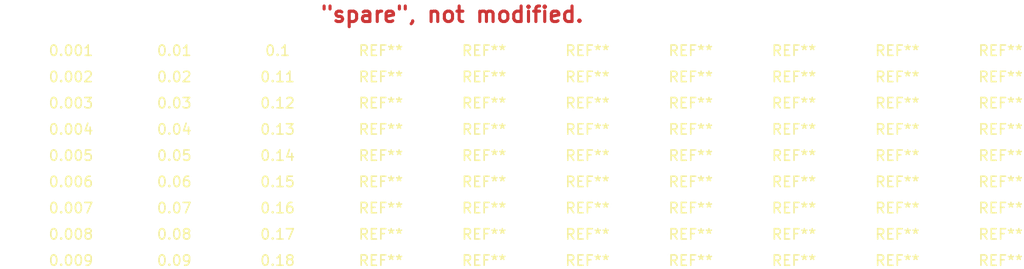
<source format=kicad_pcb>
(kicad_pcb (version 20171130) (host pcbnew 5.1.0+dfsg1-1)

  (general
    (thickness 1.6)
    (drawings 1)
    (tracks 0)
    (zones 0)
    (modules 90)
    (nets 1)
  )

  (page A4)
  (layers
    (0 F.Cu signal)
    (31 B.Cu signal)
    (32 B.Adhes user)
    (33 F.Adhes user)
    (34 B.Paste user)
    (35 F.Paste user)
    (36 B.SilkS user)
    (37 F.SilkS user)
    (38 B.Mask user)
    (39 F.Mask user)
    (40 Dwgs.User user)
    (41 Cmts.User user)
    (42 Eco1.User user)
    (43 Eco2.User user)
    (44 Edge.Cuts user)
    (45 Margin user)
    (46 B.CrtYd user)
    (47 F.CrtYd user)
    (48 B.Fab user)
    (49 F.Fab user)
  )

  (setup
    (last_trace_width 0.25)
    (trace_clearance 0.2)
    (zone_clearance 0.508)
    (zone_45_only no)
    (trace_min 0.2)
    (via_size 0.8)
    (via_drill 0.4)
    (via_min_size 0.4)
    (via_min_drill 0.3)
    (uvia_size 0.3)
    (uvia_drill 0.1)
    (uvias_allowed no)
    (uvia_min_size 0.2)
    (uvia_min_drill 0.1)
    (edge_width 0.05)
    (segment_width 0.2)
    (pcb_text_width 0.3)
    (pcb_text_size 1.5 1.5)
    (mod_edge_width 0.12)
    (mod_text_size 1 1)
    (mod_text_width 0.15)
    (pad_size 1.524 1.524)
    (pad_drill 0.762)
    (pad_to_mask_clearance 0.051)
    (solder_mask_min_width 0.25)
    (aux_axis_origin 0 0)
    (visible_elements FFFFFF7F)
    (pcbplotparams
      (layerselection 0x010fc_ffffffff)
      (usegerberextensions false)
      (usegerberattributes false)
      (usegerberadvancedattributes false)
      (creategerberjobfile false)
      (excludeedgelayer true)
      (linewidth 0.100000)
      (plotframeref false)
      (viasonmask false)
      (mode 1)
      (useauxorigin false)
      (hpglpennumber 1)
      (hpglpenspeed 20)
      (hpglpendiameter 15.000000)
      (psnegative false)
      (psa4output false)
      (plotreference true)
      (plotvalue true)
      (plotinvisibletext false)
      (padsonsilk false)
      (subtractmaskfromsilk false)
      (outputformat 1)
      (mirror false)
      (drillshape 1)
      (scaleselection 1)
      (outputdirectory ""))
  )

  (net 0 "")

  (net_class Default "This is the default net class."
    (clearance 0.2)
    (trace_width 0.25)
    (via_dia 0.8)
    (via_drill 0.4)
    (uvia_dia 0.3)
    (uvia_drill 0.1)
  )

  (module Resistor_SMD:R_0201_0603Metric (layer F.Cu) (tedit 5CA1E730) (tstamp 5CA231CC)
    (at 79.7 70.82)
    (descr "Resistor SMD 0201 (0603 Metric), square (rectangular) end terminal, IPC_7351 nominal, (Body size source: https://www.vishay.com/docs/20052/crcw0201e3.pdf), generated with kicad-footprint-generator")
    (tags resistor)
    (attr smd)
    (fp_text reference 0.18 (at 3.6 0) (layer F.SilkS)
      (effects (font (size 1 1) (thickness 0.15)))
    )
    (fp_text value Cir (at -2.1 0) (layer F.Fab)
      (effects (font (size 1 1) (thickness 0.15)))
    )
    (fp_circle (center 0 0) (end 0.18 0) (layer F.CrtYd) (width 0.12))
    (fp_text user %R (at 0 -0.68) (layer F.Fab)
      (effects (font (size 0.25 0.25) (thickness 0.04)))
    )
    (model ${KISYS3DMOD}/Resistor_SMD.3dshapes/R_0201_0603Metric.wrl
      (at (xyz 0 0 0))
      (scale (xyz 1 1 1))
      (rotate (xyz 0 0 0))
    )
  )

  (module Resistor_SMD:R_0201_0603Metric (layer F.Cu) (tedit 5CA1E70F) (tstamp 5CA23168)
    (at 79.7 68.28)
    (descr "Resistor SMD 0201 (0603 Metric), square (rectangular) end terminal, IPC_7351 nominal, (Body size source: https://www.vishay.com/docs/20052/crcw0201e3.pdf), generated with kicad-footprint-generator")
    (tags resistor)
    (attr smd)
    (fp_text reference 0.17 (at 3.6 0) (layer F.SilkS)
      (effects (font (size 1 1) (thickness 0.15)))
    )
    (fp_text value Cir (at -2.1 0) (layer F.Fab)
      (effects (font (size 1 1) (thickness 0.15)))
    )
    (fp_circle (center 0 0) (end 0.17 0) (layer F.CrtYd) (width 0.12))
    (fp_text user %R (at 0 -0.68) (layer F.Fab)
      (effects (font (size 0.25 0.25) (thickness 0.04)))
    )
    (model ${KISYS3DMOD}/Resistor_SMD.3dshapes/R_0201_0603Metric.wrl
      (at (xyz 0 0 0))
      (scale (xyz 1 1 1))
      (rotate (xyz 0 0 0))
    )
  )

  (module Resistor_SMD:R_0201_0603Metric (layer F.Cu) (tedit 5CA1E6F4) (tstamp 5CA23104)
    (at 79.7 65.74)
    (descr "Resistor SMD 0201 (0603 Metric), square (rectangular) end terminal, IPC_7351 nominal, (Body size source: https://www.vishay.com/docs/20052/crcw0201e3.pdf), generated with kicad-footprint-generator")
    (tags resistor)
    (attr smd)
    (fp_text reference 0.16 (at 3.6 0) (layer F.SilkS)
      (effects (font (size 1 1) (thickness 0.15)))
    )
    (fp_text value Cir (at -2.1 0) (layer F.Fab)
      (effects (font (size 1 1) (thickness 0.15)))
    )
    (fp_circle (center 0 0) (end 0.16 0) (layer F.CrtYd) (width 0.12))
    (fp_text user %R (at 0 -0.68) (layer F.Fab)
      (effects (font (size 0.25 0.25) (thickness 0.04)))
    )
    (model ${KISYS3DMOD}/Resistor_SMD.3dshapes/R_0201_0603Metric.wrl
      (at (xyz 0 0 0))
      (scale (xyz 1 1 1))
      (rotate (xyz 0 0 0))
    )
  )

  (module Resistor_SMD:R_0201_0603Metric (layer F.Cu) (tedit 5CA1E6D5) (tstamp 5CA230A0)
    (at 79.7 63.2)
    (descr "Resistor SMD 0201 (0603 Metric), square (rectangular) end terminal, IPC_7351 nominal, (Body size source: https://www.vishay.com/docs/20052/crcw0201e3.pdf), generated with kicad-footprint-generator")
    (tags resistor)
    (attr smd)
    (fp_text reference 0.15 (at 3.6 0) (layer F.SilkS)
      (effects (font (size 1 1) (thickness 0.15)))
    )
    (fp_text value Cir (at -2.1 0) (layer F.Fab)
      (effects (font (size 1 1) (thickness 0.15)))
    )
    (fp_circle (center 0 0) (end 0.15 0) (layer F.CrtYd) (width 0.12))
    (fp_text user %R (at 0 -0.68) (layer F.Fab)
      (effects (font (size 0.25 0.25) (thickness 0.04)))
    )
    (model ${KISYS3DMOD}/Resistor_SMD.3dshapes/R_0201_0603Metric.wrl
      (at (xyz 0 0 0))
      (scale (xyz 1 1 1))
      (rotate (xyz 0 0 0))
    )
  )

  (module Resistor_SMD:R_0201_0603Metric (layer F.Cu) (tedit 5CA1E6A8) (tstamp 5CA2303C)
    (at 79.7 60.66)
    (descr "Resistor SMD 0201 (0603 Metric), square (rectangular) end terminal, IPC_7351 nominal, (Body size source: https://www.vishay.com/docs/20052/crcw0201e3.pdf), generated with kicad-footprint-generator")
    (tags resistor)
    (attr smd)
    (fp_text reference 0.14 (at 3.6 0) (layer F.SilkS)
      (effects (font (size 1 1) (thickness 0.15)))
    )
    (fp_text value Cir (at -2.1 0) (layer F.Fab)
      (effects (font (size 1 1) (thickness 0.15)))
    )
    (fp_circle (center 0 0) (end 0.14 0) (layer F.CrtYd) (width 0.12))
    (fp_text user %R (at 0 -0.68) (layer F.Fab)
      (effects (font (size 0.25 0.25) (thickness 0.04)))
    )
    (model ${KISYS3DMOD}/Resistor_SMD.3dshapes/R_0201_0603Metric.wrl
      (at (xyz 0 0 0))
      (scale (xyz 1 1 1))
      (rotate (xyz 0 0 0))
    )
  )

  (module Resistor_SMD:R_0201_0603Metric (layer F.Cu) (tedit 5CA1E67D) (tstamp 5CA22FD8)
    (at 79.7 58.12)
    (descr "Resistor SMD 0201 (0603 Metric), square (rectangular) end terminal, IPC_7351 nominal, (Body size source: https://www.vishay.com/docs/20052/crcw0201e3.pdf), generated with kicad-footprint-generator")
    (tags resistor)
    (attr smd)
    (fp_text reference 0.13 (at 3.6 0) (layer F.SilkS)
      (effects (font (size 1 1) (thickness 0.15)))
    )
    (fp_text value Cir (at -2.1 0) (layer F.Fab)
      (effects (font (size 1 1) (thickness 0.15)))
    )
    (fp_circle (center 0 0) (end 0.13 0) (layer F.CrtYd) (width 0.12))
    (fp_text user %R (at 0 -0.68) (layer F.Fab)
      (effects (font (size 0.25 0.25) (thickness 0.04)))
    )
    (model ${KISYS3DMOD}/Resistor_SMD.3dshapes/R_0201_0603Metric.wrl
      (at (xyz 0 0 0))
      (scale (xyz 1 1 1))
      (rotate (xyz 0 0 0))
    )
  )

  (module Resistor_SMD:R_0201_0603Metric (layer F.Cu) (tedit 5CA1E65F) (tstamp 5CA22F74)
    (at 79.7 55.58)
    (descr "Resistor SMD 0201 (0603 Metric), square (rectangular) end terminal, IPC_7351 nominal, (Body size source: https://www.vishay.com/docs/20052/crcw0201e3.pdf), generated with kicad-footprint-generator")
    (tags resistor)
    (attr smd)
    (fp_text reference 0.12 (at 3.6 0) (layer F.SilkS)
      (effects (font (size 1 1) (thickness 0.15)))
    )
    (fp_text value Cir (at -2.1 0) (layer F.Fab)
      (effects (font (size 1 1) (thickness 0.15)))
    )
    (fp_circle (center 0 0) (end 0.12 0) (layer F.CrtYd) (width 0.12))
    (fp_text user %R (at 0 -0.68) (layer F.Fab)
      (effects (font (size 0.25 0.25) (thickness 0.04)))
    )
    (model ${KISYS3DMOD}/Resistor_SMD.3dshapes/R_0201_0603Metric.wrl
      (at (xyz 0 0 0))
      (scale (xyz 1 1 1))
      (rotate (xyz 0 0 0))
    )
  )

  (module Resistor_SMD:R_0201_0603Metric (layer F.Cu) (tedit 5CA1E63B) (tstamp 5CA22F10)
    (at 79.7 53.04)
    (descr "Resistor SMD 0201 (0603 Metric), square (rectangular) end terminal, IPC_7351 nominal, (Body size source: https://www.vishay.com/docs/20052/crcw0201e3.pdf), generated with kicad-footprint-generator")
    (tags resistor)
    (attr smd)
    (fp_text reference 0.11 (at 3.6 0) (layer F.SilkS)
      (effects (font (size 1 1) (thickness 0.15)))
    )
    (fp_text value Cir (at -2.1 0) (layer F.Fab)
      (effects (font (size 1 1) (thickness 0.15)))
    )
    (fp_circle (center 0 0) (end 0.11 0) (layer F.CrtYd) (width 0.12))
    (fp_text user %R (at 0 -0.68) (layer F.Fab)
      (effects (font (size 0.25 0.25) (thickness 0.04)))
    )
    (model ${KISYS3DMOD}/Resistor_SMD.3dshapes/R_0201_0603Metric.wrl
      (at (xyz 0 0 0))
      (scale (xyz 1 1 1))
      (rotate (xyz 0 0 0))
    )
  )

  (module Resistor_SMD:R_0201_0603Metric (layer F.Cu) (tedit 5CA1E433) (tstamp 5CA231C2)
    (at 69.7 70.82)
    (descr "Resistor SMD 0201 (0603 Metric), square (rectangular) end terminal, IPC_7351 nominal, (Body size source: https://www.vishay.com/docs/20052/crcw0201e3.pdf), generated with kicad-footprint-generator")
    (tags resistor)
    (attr smd)
    (fp_text reference 0.09 (at 3.6 0) (layer F.SilkS)
      (effects (font (size 1 1) (thickness 0.15)))
    )
    (fp_text value Cir (at -2.1 0) (layer F.Fab)
      (effects (font (size 1 1) (thickness 0.15)))
    )
    (fp_circle (center 0 0) (end 0.09 0) (layer F.CrtYd) (width 0.12))
    (fp_text user %R (at 0 -0.68) (layer F.Fab)
      (effects (font (size 0.25 0.25) (thickness 0.04)))
    )
    (model ${KISYS3DMOD}/Resistor_SMD.3dshapes/R_0201_0603Metric.wrl
      (at (xyz 0 0 0))
      (scale (xyz 1 1 1))
      (rotate (xyz 0 0 0))
    )
  )

  (module Resistor_SMD:R_0201_0603Metric (layer F.Cu) (tedit 5CA1E3F1) (tstamp 5CA2315E)
    (at 69.7 68.28)
    (descr "Resistor SMD 0201 (0603 Metric), square (rectangular) end terminal, IPC_7351 nominal, (Body size source: https://www.vishay.com/docs/20052/crcw0201e3.pdf), generated with kicad-footprint-generator")
    (tags resistor)
    (attr smd)
    (fp_text reference 0.08 (at 3.6 0) (layer F.SilkS)
      (effects (font (size 1 1) (thickness 0.15)))
    )
    (fp_text value Cir (at -2.1 0) (layer F.Fab)
      (effects (font (size 1 1) (thickness 0.15)))
    )
    (fp_circle (center 0 0) (end 0.08 0) (layer F.CrtYd) (width 0.12))
    (fp_text user %R (at 0 -0.68) (layer F.Fab)
      (effects (font (size 0.25 0.25) (thickness 0.04)))
    )
    (model ${KISYS3DMOD}/Resistor_SMD.3dshapes/R_0201_0603Metric.wrl
      (at (xyz 0 0 0))
      (scale (xyz 1 1 1))
      (rotate (xyz 0 0 0))
    )
  )

  (module Resistor_SMD:R_0201_0603Metric (layer F.Cu) (tedit 5CA1E3D6) (tstamp 5CA230FA)
    (at 69.7 65.74)
    (descr "Resistor SMD 0201 (0603 Metric), square (rectangular) end terminal, IPC_7351 nominal, (Body size source: https://www.vishay.com/docs/20052/crcw0201e3.pdf), generated with kicad-footprint-generator")
    (tags resistor)
    (attr smd)
    (fp_text reference 0.07 (at 3.6 0) (layer F.SilkS)
      (effects (font (size 1 1) (thickness 0.15)))
    )
    (fp_text value Cir (at -2.1 0) (layer F.Fab)
      (effects (font (size 1 1) (thickness 0.15)))
    )
    (fp_circle (center 0 0) (end 0.07 0) (layer F.CrtYd) (width 0.12))
    (fp_text user %R (at 0 -0.68) (layer F.Fab)
      (effects (font (size 0.25 0.25) (thickness 0.04)))
    )
    (model ${KISYS3DMOD}/Resistor_SMD.3dshapes/R_0201_0603Metric.wrl
      (at (xyz 0 0 0))
      (scale (xyz 1 1 1))
      (rotate (xyz 0 0 0))
    )
  )

  (module Resistor_SMD:R_0201_0603Metric (layer F.Cu) (tedit 5CA1E3AB) (tstamp 5CA23096)
    (at 69.7 63.2)
    (descr "Resistor SMD 0201 (0603 Metric), square (rectangular) end terminal, IPC_7351 nominal, (Body size source: https://www.vishay.com/docs/20052/crcw0201e3.pdf), generated with kicad-footprint-generator")
    (tags resistor)
    (attr smd)
    (fp_text reference 0.06 (at 3.6 0) (layer F.SilkS)
      (effects (font (size 1 1) (thickness 0.15)))
    )
    (fp_text value Cir (at -2.1 0) (layer F.Fab)
      (effects (font (size 1 1) (thickness 0.15)))
    )
    (fp_circle (center 0 0) (end 0.06 0) (layer F.CrtYd) (width 0.12))
    (fp_text user %R (at 0 -0.68) (layer F.Fab)
      (effects (font (size 0.25 0.25) (thickness 0.04)))
    )
    (model ${KISYS3DMOD}/Resistor_SMD.3dshapes/R_0201_0603Metric.wrl
      (at (xyz 0 0 0))
      (scale (xyz 1 1 1))
      (rotate (xyz 0 0 0))
    )
  )

  (module Resistor_SMD:R_0201_0603Metric (layer F.Cu) (tedit 5CA1E396) (tstamp 5CA23032)
    (at 69.7 60.66)
    (descr "Resistor SMD 0201 (0603 Metric), square (rectangular) end terminal, IPC_7351 nominal, (Body size source: https://www.vishay.com/docs/20052/crcw0201e3.pdf), generated with kicad-footprint-generator")
    (tags resistor)
    (attr smd)
    (fp_text reference 0.05 (at 3.6 0) (layer F.SilkS)
      (effects (font (size 1 1) (thickness 0.15)))
    )
    (fp_text value Cir (at -2.1 0) (layer F.Fab)
      (effects (font (size 1 1) (thickness 0.15)))
    )
    (fp_circle (center 0 0) (end 0.05 0) (layer F.CrtYd) (width 0.12))
    (fp_text user %R (at 0 -0.68) (layer F.Fab)
      (effects (font (size 0.25 0.25) (thickness 0.04)))
    )
    (model ${KISYS3DMOD}/Resistor_SMD.3dshapes/R_0201_0603Metric.wrl
      (at (xyz 0 0 0))
      (scale (xyz 1 1 1))
      (rotate (xyz 0 0 0))
    )
  )

  (module Resistor_SMD:R_0201_0603Metric (layer F.Cu) (tedit 5CA1E378) (tstamp 5CA22FCE)
    (at 69.7 58.12)
    (descr "Resistor SMD 0201 (0603 Metric), square (rectangular) end terminal, IPC_7351 nominal, (Body size source: https://www.vishay.com/docs/20052/crcw0201e3.pdf), generated with kicad-footprint-generator")
    (tags resistor)
    (attr smd)
    (fp_text reference 0.04 (at 3.6 0) (layer F.SilkS)
      (effects (font (size 1 1) (thickness 0.15)))
    )
    (fp_text value Cir (at -2.1 0) (layer F.Fab)
      (effects (font (size 1 1) (thickness 0.15)))
    )
    (fp_circle (center 0 0) (end 0.04 0) (layer F.CrtYd) (width 0.12))
    (fp_text user %R (at 0 -0.68) (layer F.Fab)
      (effects (font (size 0.25 0.25) (thickness 0.04)))
    )
    (model ${KISYS3DMOD}/Resistor_SMD.3dshapes/R_0201_0603Metric.wrl
      (at (xyz 0 0 0))
      (scale (xyz 1 1 1))
      (rotate (xyz 0 0 0))
    )
  )

  (module Resistor_SMD:R_0201_0603Metric (layer F.Cu) (tedit 5CA1E337) (tstamp 5CA22F6A)
    (at 69.7 55.58)
    (descr "Resistor SMD 0201 (0603 Metric), square (rectangular) end terminal, IPC_7351 nominal, (Body size source: https://www.vishay.com/docs/20052/crcw0201e3.pdf), generated with kicad-footprint-generator")
    (tags resistor)
    (attr smd)
    (fp_text reference 0.03 (at 3.6 0) (layer F.SilkS)
      (effects (font (size 1 1) (thickness 0.15)))
    )
    (fp_text value Cir (at -2.1 0) (layer F.Fab)
      (effects (font (size 1 1) (thickness 0.15)))
    )
    (fp_circle (center 0 0) (end 0.03 0) (layer F.CrtYd) (width 0.12))
    (fp_text user %R (at 0 -0.68) (layer F.Fab)
      (effects (font (size 0.25 0.25) (thickness 0.04)))
    )
    (model ${KISYS3DMOD}/Resistor_SMD.3dshapes/R_0201_0603Metric.wrl
      (at (xyz 0 0 0))
      (scale (xyz 1 1 1))
      (rotate (xyz 0 0 0))
    )
  )

  (module Resistor_SMD:R_0201_0603Metric (layer F.Cu) (tedit 5CA1E31E) (tstamp 5CA22F06)
    (at 69.7 53.04)
    (descr "Resistor SMD 0201 (0603 Metric), square (rectangular) end terminal, IPC_7351 nominal, (Body size source: https://www.vishay.com/docs/20052/crcw0201e3.pdf), generated with kicad-footprint-generator")
    (tags resistor)
    (attr smd)
    (fp_text reference 0.02 (at 3.6 0) (layer F.SilkS)
      (effects (font (size 1 1) (thickness 0.15)))
    )
    (fp_text value Cir (at -2.1 0) (layer F.Fab)
      (effects (font (size 1 1) (thickness 0.15)))
    )
    (fp_circle (center 0 0) (end 0.02 0) (layer F.CrtYd) (width 0.12))
    (fp_text user %R (at 0 -0.68) (layer F.Fab)
      (effects (font (size 0.25 0.25) (thickness 0.04)))
    )
    (model ${KISYS3DMOD}/Resistor_SMD.3dshapes/R_0201_0603Metric.wrl
      (at (xyz 0 0 0))
      (scale (xyz 1 1 1))
      (rotate (xyz 0 0 0))
    )
  )

  (module Resistor_SMD:R_0201_0603Metric (layer F.Cu) (tedit 5CA1E2EF) (tstamp 5CA22EA2)
    (at 69.7 50.5)
    (descr "Resistor SMD 0201 (0603 Metric), square (rectangular) end terminal, IPC_7351 nominal, (Body size source: https://www.vishay.com/docs/20052/crcw0201e3.pdf), generated with kicad-footprint-generator")
    (tags resistor)
    (attr smd)
    (fp_text reference 0.01 (at 3.6 0) (layer F.SilkS)
      (effects (font (size 1 1) (thickness 0.15)))
    )
    (fp_text value Cir (at -2.1 0) (layer F.Fab)
      (effects (font (size 1 1) (thickness 0.15)))
    )
    (fp_circle (center 0 0) (end 0.01 0) (layer F.CrtYd) (width 0.12))
    (fp_text user %R (at 0 -0.68) (layer F.Fab)
      (effects (font (size 0.25 0.25) (thickness 0.04)))
    )
    (model ${KISYS3DMOD}/Resistor_SMD.3dshapes/R_0201_0603Metric.wrl
      (at (xyz 0 0 0))
      (scale (xyz 1 1 1))
      (rotate (xyz 0 0 0))
    )
  )

  (module Resistor_SMD:R_0201_0603Metric (layer F.Cu) (tedit 5CA1E27A) (tstamp 5CA231B8)
    (at 59.7 70.82)
    (descr "Resistor SMD 0201 (0603 Metric), square (rectangular) end terminal, IPC_7351 nominal, (Body size source: https://www.vishay.com/docs/20052/crcw0201e3.pdf), generated with kicad-footprint-generator")
    (tags resistor)
    (attr smd)
    (fp_text reference 0.009 (at 3.6 0) (layer F.SilkS)
      (effects (font (size 1 1) (thickness 0.15)))
    )
    (fp_text value Cir (at -2.1 0) (layer F.Fab)
      (effects (font (size 1 1) (thickness 0.15)))
    )
    (fp_circle (center 0 0) (end 0.009 0) (layer F.CrtYd) (width 0.12))
    (fp_text user %R (at 0 -0.68) (layer F.Fab)
      (effects (font (size 0.25 0.25) (thickness 0.04)))
    )
    (model ${KISYS3DMOD}/Resistor_SMD.3dshapes/R_0201_0603Metric.wrl
      (at (xyz 0 0 0))
      (scale (xyz 1 1 1))
      (rotate (xyz 0 0 0))
    )
  )

  (module Resistor_SMD:R_0201_0603Metric (layer F.Cu) (tedit 5CA1E264) (tstamp 5CA23154)
    (at 59.7 68.28)
    (descr "Resistor SMD 0201 (0603 Metric), square (rectangular) end terminal, IPC_7351 nominal, (Body size source: https://www.vishay.com/docs/20052/crcw0201e3.pdf), generated with kicad-footprint-generator")
    (tags resistor)
    (attr smd)
    (fp_text reference 0.008 (at 3.6 0) (layer F.SilkS)
      (effects (font (size 1 1) (thickness 0.15)))
    )
    (fp_text value Cir (at -2.1 0) (layer F.Fab)
      (effects (font (size 1 1) (thickness 0.15)))
    )
    (fp_circle (center 0 0) (end 0.008 0) (layer F.CrtYd) (width 0.12))
    (fp_text user %R (at 0 -0.68) (layer F.Fab)
      (effects (font (size 0.25 0.25) (thickness 0.04)))
    )
    (model ${KISYS3DMOD}/Resistor_SMD.3dshapes/R_0201_0603Metric.wrl
      (at (xyz 0 0 0))
      (scale (xyz 1 1 1))
      (rotate (xyz 0 0 0))
    )
  )

  (module Resistor_SMD:R_0201_0603Metric (layer F.Cu) (tedit 5CA1E242) (tstamp 5CA230F0)
    (at 59.7 65.74)
    (descr "Resistor SMD 0201 (0603 Metric), square (rectangular) end terminal, IPC_7351 nominal, (Body size source: https://www.vishay.com/docs/20052/crcw0201e3.pdf), generated with kicad-footprint-generator")
    (tags resistor)
    (attr smd)
    (fp_text reference 0.007 (at 3.6 0) (layer F.SilkS)
      (effects (font (size 1 1) (thickness 0.15)))
    )
    (fp_text value Cir (at -2.1 0) (layer F.Fab)
      (effects (font (size 1 1) (thickness 0.15)))
    )
    (fp_circle (center 0 0) (end 0.007 0) (layer F.CrtYd) (width 0.12))
    (fp_text user %R (at 0 -0.68) (layer F.Fab)
      (effects (font (size 0.25 0.25) (thickness 0.04)))
    )
    (model ${KISYS3DMOD}/Resistor_SMD.3dshapes/R_0201_0603Metric.wrl
      (at (xyz 0 0 0))
      (scale (xyz 1 1 1))
      (rotate (xyz 0 0 0))
    )
  )

  (module Resistor_SMD:R_0201_0603Metric (layer F.Cu) (tedit 5CA1E209) (tstamp 5CA2308C)
    (at 59.7 63.2)
    (descr "Resistor SMD 0201 (0603 Metric), square (rectangular) end terminal, IPC_7351 nominal, (Body size source: https://www.vishay.com/docs/20052/crcw0201e3.pdf), generated with kicad-footprint-generator")
    (tags resistor)
    (attr smd)
    (fp_text reference 0.006 (at 3.6 0) (layer F.SilkS)
      (effects (font (size 1 1) (thickness 0.15)))
    )
    (fp_text value Cir (at -2.1 0) (layer F.Fab)
      (effects (font (size 1 1) (thickness 0.15)))
    )
    (fp_circle (center 0 0) (end 0.006 0) (layer F.CrtYd) (width 0.12))
    (fp_text user %R (at 0 -0.68) (layer F.Fab)
      (effects (font (size 0.25 0.25) (thickness 0.04)))
    )
    (model ${KISYS3DMOD}/Resistor_SMD.3dshapes/R_0201_0603Metric.wrl
      (at (xyz 0 0 0))
      (scale (xyz 1 1 1))
      (rotate (xyz 0 0 0))
    )
  )

  (module Resistor_SMD:R_0201_0603Metric (layer F.Cu) (tedit 5CA1E1ED) (tstamp 5CA23028)
    (at 59.7 60.66)
    (descr "Resistor SMD 0201 (0603 Metric), square (rectangular) end terminal, IPC_7351 nominal, (Body size source: https://www.vishay.com/docs/20052/crcw0201e3.pdf), generated with kicad-footprint-generator")
    (tags resistor)
    (attr smd)
    (fp_text reference 0.005 (at 3.6 0) (layer F.SilkS)
      (effects (font (size 1 1) (thickness 0.15)))
    )
    (fp_text value Cir (at -2.1 0) (layer F.Fab)
      (effects (font (size 1 1) (thickness 0.15)))
    )
    (fp_circle (center 0 0) (end 0.005 0) (layer F.CrtYd) (width 0.12))
    (fp_text user %R (at 0 -0.68) (layer F.Fab)
      (effects (font (size 0.25 0.25) (thickness 0.04)))
    )
    (model ${KISYS3DMOD}/Resistor_SMD.3dshapes/R_0201_0603Metric.wrl
      (at (xyz 0 0 0))
      (scale (xyz 1 1 1))
      (rotate (xyz 0 0 0))
    )
  )

  (module Resistor_SMD:R_0201_0603Metric (layer F.Cu) (tedit 5CA1E114) (tstamp 5CA22FC4)
    (at 59.7 58.12)
    (descr "Resistor SMD 0201 (0603 Metric), square (rectangular) end terminal, IPC_7351 nominal, (Body size source: https://www.vishay.com/docs/20052/crcw0201e3.pdf), generated with kicad-footprint-generator")
    (tags resistor)
    (attr smd)
    (fp_text reference 0.004 (at 3.6 0) (layer F.SilkS)
      (effects (font (size 1 1) (thickness 0.15)))
    )
    (fp_text value Cir (at -2.1 0) (layer F.Fab)
      (effects (font (size 1 1) (thickness 0.15)))
    )
    (fp_circle (center 0 0) (end 0.004 0) (layer F.CrtYd) (width 0.12))
    (fp_text user %R (at 0 -0.68) (layer F.Fab)
      (effects (font (size 0.25 0.25) (thickness 0.04)))
    )
    (model ${KISYS3DMOD}/Resistor_SMD.3dshapes/R_0201_0603Metric.wrl
      (at (xyz 0 0 0))
      (scale (xyz 1 1 1))
      (rotate (xyz 0 0 0))
    )
  )

  (module Resistor_SMD:R_0201_0603Metric (layer F.Cu) (tedit 5CA1E103) (tstamp 5CA22F60)
    (at 59.7 55.58)
    (descr "Resistor SMD 0201 (0603 Metric), square (rectangular) end terminal, IPC_7351 nominal, (Body size source: https://www.vishay.com/docs/20052/crcw0201e3.pdf), generated with kicad-footprint-generator")
    (tags resistor)
    (attr smd)
    (fp_text reference 0.003 (at 3.6 0) (layer F.SilkS)
      (effects (font (size 1 1) (thickness 0.15)))
    )
    (fp_text value Cir (at -2.1 0) (layer F.Fab)
      (effects (font (size 1 1) (thickness 0.15)))
    )
    (fp_circle (center 0 0) (end 0.003 0) (layer F.CrtYd) (width 0.12))
    (fp_text user %R (at 0 -0.68) (layer F.Fab)
      (effects (font (size 0.25 0.25) (thickness 0.04)))
    )
    (model ${KISYS3DMOD}/Resistor_SMD.3dshapes/R_0201_0603Metric.wrl
      (at (xyz 0 0 0))
      (scale (xyz 1 1 1))
      (rotate (xyz 0 0 0))
    )
  )

  (module Resistor_SMD:R_0201_0603Metric (layer F.Cu) (tedit 5CA1E0EE) (tstamp 5CA22EFC)
    (at 59.7 53.04)
    (descr "Resistor SMD 0201 (0603 Metric), square (rectangular) end terminal, IPC_7351 nominal, (Body size source: https://www.vishay.com/docs/20052/crcw0201e3.pdf), generated with kicad-footprint-generator")
    (tags resistor)
    (attr smd)
    (fp_text reference 0.002 (at 3.6 0) (layer F.SilkS)
      (effects (font (size 1 1) (thickness 0.15)))
    )
    (fp_text value Cir (at -2.1 0) (layer F.Fab)
      (effects (font (size 1 1) (thickness 0.15)))
    )
    (fp_circle (center 0 0) (end 0.002 0) (layer F.CrtYd) (width 0.12))
    (fp_text user %R (at 0 -0.68) (layer F.Fab)
      (effects (font (size 0.25 0.25) (thickness 0.04)))
    )
    (model ${KISYS3DMOD}/Resistor_SMD.3dshapes/R_0201_0603Metric.wrl
      (at (xyz 0 0 0))
      (scale (xyz 1 1 1))
      (rotate (xyz 0 0 0))
    )
  )

  (module Resistor_SMD:R_0201_0603Metric (layer F.Cu) (tedit 5CA1E0D2) (tstamp 5CA22D76)
    (at 59.7 50.5)
    (descr "Resistor SMD 0201 (0603 Metric), square (rectangular) end terminal, IPC_7351 nominal, (Body size source: https://www.vishay.com/docs/20052/crcw0201e3.pdf), generated with kicad-footprint-generator")
    (tags resistor)
    (attr smd)
    (fp_text reference 0.001 (at 3.6 0) (layer F.SilkS)
      (effects (font (size 1 1) (thickness 0.15)))
    )
    (fp_text value Cir (at -2.1 0) (layer F.Fab)
      (effects (font (size 1 1) (thickness 0.15)))
    )
    (fp_text user %R (at 0 -0.68) (layer F.Fab)
      (effects (font (size 0.25 0.25) (thickness 0.04)))
    )
    (fp_circle (center 0 0) (end 0.001 0) (layer F.CrtYd) (width 0.12))
    (model ${KISYS3DMOD}/Resistor_SMD.3dshapes/R_0201_0603Metric.wrl
      (at (xyz 0 0 0))
      (scale (xyz 1 1 1))
      (rotate (xyz 0 0 0))
    )
  )

  (module Resistor_SMD:R_0201_0603Metric (layer F.Cu) (tedit 5CA1DFE8) (tstamp 5CA23212)
    (at 149.7 70.82)
    (descr "Resistor SMD 0201 (0603 Metric), square (rectangular) end terminal, IPC_7351 nominal, (Body size source: https://www.vishay.com/docs/20052/crcw0201e3.pdf), generated with kicad-footprint-generator")
    (tags resistor)
    (attr smd)
    (fp_text reference REF** (at 3.6 0) (layer F.SilkS)
      (effects (font (size 1 1) (thickness 0.15)))
    )
    (fp_text value Cir (at -2.1 0) (layer F.Fab)
      (effects (font (size 1 1) (thickness 0.15)))
    )
    (fp_circle (center 0 0) (end 0.1 0) (layer F.CrtYd) (width 0.12))
    (fp_text user %R (at 0 -0.68) (layer F.Fab)
      (effects (font (size 0.25 0.25) (thickness 0.04)))
    )
    (model ${KISYS3DMOD}/Resistor_SMD.3dshapes/R_0201_0603Metric.wrl
      (at (xyz 0 0 0))
      (scale (xyz 1 1 1))
      (rotate (xyz 0 0 0))
    )
  )

  (module Resistor_SMD:R_0201_0603Metric (layer F.Cu) (tedit 5CA1DFE8) (tstamp 5CA23208)
    (at 139.7 70.82)
    (descr "Resistor SMD 0201 (0603 Metric), square (rectangular) end terminal, IPC_7351 nominal, (Body size source: https://www.vishay.com/docs/20052/crcw0201e3.pdf), generated with kicad-footprint-generator")
    (tags resistor)
    (attr smd)
    (fp_text reference REF** (at 3.6 0) (layer F.SilkS)
      (effects (font (size 1 1) (thickness 0.15)))
    )
    (fp_text value Cir (at -2.1 0) (layer F.Fab)
      (effects (font (size 1 1) (thickness 0.15)))
    )
    (fp_circle (center 0 0) (end 0.1 0) (layer F.CrtYd) (width 0.12))
    (fp_text user %R (at 0 -0.68) (layer F.Fab)
      (effects (font (size 0.25 0.25) (thickness 0.04)))
    )
    (model ${KISYS3DMOD}/Resistor_SMD.3dshapes/R_0201_0603Metric.wrl
      (at (xyz 0 0 0))
      (scale (xyz 1 1 1))
      (rotate (xyz 0 0 0))
    )
  )

  (module Resistor_SMD:R_0201_0603Metric (layer F.Cu) (tedit 5CA1DFE8) (tstamp 5CA231FE)
    (at 129.7 70.82)
    (descr "Resistor SMD 0201 (0603 Metric), square (rectangular) end terminal, IPC_7351 nominal, (Body size source: https://www.vishay.com/docs/20052/crcw0201e3.pdf), generated with kicad-footprint-generator")
    (tags resistor)
    (attr smd)
    (fp_text reference REF** (at 3.6 0) (layer F.SilkS)
      (effects (font (size 1 1) (thickness 0.15)))
    )
    (fp_text value Cir (at -2.1 0) (layer F.Fab)
      (effects (font (size 1 1) (thickness 0.15)))
    )
    (fp_circle (center 0 0) (end 0.1 0) (layer F.CrtYd) (width 0.12))
    (fp_text user %R (at 0 -0.68) (layer F.Fab)
      (effects (font (size 0.25 0.25) (thickness 0.04)))
    )
    (model ${KISYS3DMOD}/Resistor_SMD.3dshapes/R_0201_0603Metric.wrl
      (at (xyz 0 0 0))
      (scale (xyz 1 1 1))
      (rotate (xyz 0 0 0))
    )
  )

  (module Resistor_SMD:R_0201_0603Metric (layer F.Cu) (tedit 5CA1DFE8) (tstamp 5CA231F4)
    (at 119.7 70.82)
    (descr "Resistor SMD 0201 (0603 Metric), square (rectangular) end terminal, IPC_7351 nominal, (Body size source: https://www.vishay.com/docs/20052/crcw0201e3.pdf), generated with kicad-footprint-generator")
    (tags resistor)
    (attr smd)
    (fp_text reference REF** (at 3.6 0) (layer F.SilkS)
      (effects (font (size 1 1) (thickness 0.15)))
    )
    (fp_text value Cir (at -2.1 0) (layer F.Fab)
      (effects (font (size 1 1) (thickness 0.15)))
    )
    (fp_circle (center 0 0) (end 0.1 0) (layer F.CrtYd) (width 0.12))
    (fp_text user %R (at 0 -0.68) (layer F.Fab)
      (effects (font (size 0.25 0.25) (thickness 0.04)))
    )
    (model ${KISYS3DMOD}/Resistor_SMD.3dshapes/R_0201_0603Metric.wrl
      (at (xyz 0 0 0))
      (scale (xyz 1 1 1))
      (rotate (xyz 0 0 0))
    )
  )

  (module Resistor_SMD:R_0201_0603Metric (layer F.Cu) (tedit 5CA1DFE8) (tstamp 5CA231EA)
    (at 109.7 70.82)
    (descr "Resistor SMD 0201 (0603 Metric), square (rectangular) end terminal, IPC_7351 nominal, (Body size source: https://www.vishay.com/docs/20052/crcw0201e3.pdf), generated with kicad-footprint-generator")
    (tags resistor)
    (attr smd)
    (fp_text reference REF** (at 3.6 0) (layer F.SilkS)
      (effects (font (size 1 1) (thickness 0.15)))
    )
    (fp_text value Cir (at -2.1 0) (layer F.Fab)
      (effects (font (size 1 1) (thickness 0.15)))
    )
    (fp_circle (center 0 0) (end 0.1 0) (layer F.CrtYd) (width 0.12))
    (fp_text user %R (at 0 -0.68) (layer F.Fab)
      (effects (font (size 0.25 0.25) (thickness 0.04)))
    )
    (model ${KISYS3DMOD}/Resistor_SMD.3dshapes/R_0201_0603Metric.wrl
      (at (xyz 0 0 0))
      (scale (xyz 1 1 1))
      (rotate (xyz 0 0 0))
    )
  )

  (module Resistor_SMD:R_0201_0603Metric (layer F.Cu) (tedit 5CA1DFE8) (tstamp 5CA231E0)
    (at 99.7 70.82)
    (descr "Resistor SMD 0201 (0603 Metric), square (rectangular) end terminal, IPC_7351 nominal, (Body size source: https://www.vishay.com/docs/20052/crcw0201e3.pdf), generated with kicad-footprint-generator")
    (tags resistor)
    (attr smd)
    (fp_text reference REF** (at 3.6 0) (layer F.SilkS)
      (effects (font (size 1 1) (thickness 0.15)))
    )
    (fp_text value Cir (at -2.1 0) (layer F.Fab)
      (effects (font (size 1 1) (thickness 0.15)))
    )
    (fp_circle (center 0 0) (end 0.1 0) (layer F.CrtYd) (width 0.12))
    (fp_text user %R (at 0 -0.68) (layer F.Fab)
      (effects (font (size 0.25 0.25) (thickness 0.04)))
    )
    (model ${KISYS3DMOD}/Resistor_SMD.3dshapes/R_0201_0603Metric.wrl
      (at (xyz 0 0 0))
      (scale (xyz 1 1 1))
      (rotate (xyz 0 0 0))
    )
  )

  (module Resistor_SMD:R_0201_0603Metric (layer F.Cu) (tedit 5CA1DFE8) (tstamp 5CA231D6)
    (at 89.7 70.82)
    (descr "Resistor SMD 0201 (0603 Metric), square (rectangular) end terminal, IPC_7351 nominal, (Body size source: https://www.vishay.com/docs/20052/crcw0201e3.pdf), generated with kicad-footprint-generator")
    (tags resistor)
    (attr smd)
    (fp_text reference REF** (at 3.6 0) (layer F.SilkS)
      (effects (font (size 1 1) (thickness 0.15)))
    )
    (fp_text value Cir (at -2.1 0) (layer F.Fab)
      (effects (font (size 1 1) (thickness 0.15)))
    )
    (fp_circle (center 0 0) (end 0.1 0) (layer F.CrtYd) (width 0.12))
    (fp_text user %R (at 0 -0.68) (layer F.Fab)
      (effects (font (size 0.25 0.25) (thickness 0.04)))
    )
    (model ${KISYS3DMOD}/Resistor_SMD.3dshapes/R_0201_0603Metric.wrl
      (at (xyz 0 0 0))
      (scale (xyz 1 1 1))
      (rotate (xyz 0 0 0))
    )
  )

  (module Resistor_SMD:R_0201_0603Metric (layer F.Cu) (tedit 5CA1DFE8) (tstamp 5CA231AE)
    (at 149.7 68.28)
    (descr "Resistor SMD 0201 (0603 Metric), square (rectangular) end terminal, IPC_7351 nominal, (Body size source: https://www.vishay.com/docs/20052/crcw0201e3.pdf), generated with kicad-footprint-generator")
    (tags resistor)
    (attr smd)
    (fp_text reference REF** (at 3.6 0) (layer F.SilkS)
      (effects (font (size 1 1) (thickness 0.15)))
    )
    (fp_text value Cir (at -2.1 0) (layer F.Fab)
      (effects (font (size 1 1) (thickness 0.15)))
    )
    (fp_circle (center 0 0) (end 0.1 0) (layer F.CrtYd) (width 0.12))
    (fp_text user %R (at 0 -0.68) (layer F.Fab)
      (effects (font (size 0.25 0.25) (thickness 0.04)))
    )
    (model ${KISYS3DMOD}/Resistor_SMD.3dshapes/R_0201_0603Metric.wrl
      (at (xyz 0 0 0))
      (scale (xyz 1 1 1))
      (rotate (xyz 0 0 0))
    )
  )

  (module Resistor_SMD:R_0201_0603Metric (layer F.Cu) (tedit 5CA1DFE8) (tstamp 5CA231A4)
    (at 139.7 68.28)
    (descr "Resistor SMD 0201 (0603 Metric), square (rectangular) end terminal, IPC_7351 nominal, (Body size source: https://www.vishay.com/docs/20052/crcw0201e3.pdf), generated with kicad-footprint-generator")
    (tags resistor)
    (attr smd)
    (fp_text reference REF** (at 3.6 0) (layer F.SilkS)
      (effects (font (size 1 1) (thickness 0.15)))
    )
    (fp_text value Cir (at -2.1 0) (layer F.Fab)
      (effects (font (size 1 1) (thickness 0.15)))
    )
    (fp_circle (center 0 0) (end 0.1 0) (layer F.CrtYd) (width 0.12))
    (fp_text user %R (at 0 -0.68) (layer F.Fab)
      (effects (font (size 0.25 0.25) (thickness 0.04)))
    )
    (model ${KISYS3DMOD}/Resistor_SMD.3dshapes/R_0201_0603Metric.wrl
      (at (xyz 0 0 0))
      (scale (xyz 1 1 1))
      (rotate (xyz 0 0 0))
    )
  )

  (module Resistor_SMD:R_0201_0603Metric (layer F.Cu) (tedit 5CA1DFE8) (tstamp 5CA2319A)
    (at 129.7 68.28)
    (descr "Resistor SMD 0201 (0603 Metric), square (rectangular) end terminal, IPC_7351 nominal, (Body size source: https://www.vishay.com/docs/20052/crcw0201e3.pdf), generated with kicad-footprint-generator")
    (tags resistor)
    (attr smd)
    (fp_text reference REF** (at 3.6 0) (layer F.SilkS)
      (effects (font (size 1 1) (thickness 0.15)))
    )
    (fp_text value Cir (at -2.1 0) (layer F.Fab)
      (effects (font (size 1 1) (thickness 0.15)))
    )
    (fp_circle (center 0 0) (end 0.1 0) (layer F.CrtYd) (width 0.12))
    (fp_text user %R (at 0 -0.68) (layer F.Fab)
      (effects (font (size 0.25 0.25) (thickness 0.04)))
    )
    (model ${KISYS3DMOD}/Resistor_SMD.3dshapes/R_0201_0603Metric.wrl
      (at (xyz 0 0 0))
      (scale (xyz 1 1 1))
      (rotate (xyz 0 0 0))
    )
  )

  (module Resistor_SMD:R_0201_0603Metric (layer F.Cu) (tedit 5CA1DFE8) (tstamp 5CA23190)
    (at 119.7 68.28)
    (descr "Resistor SMD 0201 (0603 Metric), square (rectangular) end terminal, IPC_7351 nominal, (Body size source: https://www.vishay.com/docs/20052/crcw0201e3.pdf), generated with kicad-footprint-generator")
    (tags resistor)
    (attr smd)
    (fp_text reference REF** (at 3.6 0) (layer F.SilkS)
      (effects (font (size 1 1) (thickness 0.15)))
    )
    (fp_text value Cir (at -2.1 0) (layer F.Fab)
      (effects (font (size 1 1) (thickness 0.15)))
    )
    (fp_circle (center 0 0) (end 0.1 0) (layer F.CrtYd) (width 0.12))
    (fp_text user %R (at 0 -0.68) (layer F.Fab)
      (effects (font (size 0.25 0.25) (thickness 0.04)))
    )
    (model ${KISYS3DMOD}/Resistor_SMD.3dshapes/R_0201_0603Metric.wrl
      (at (xyz 0 0 0))
      (scale (xyz 1 1 1))
      (rotate (xyz 0 0 0))
    )
  )

  (module Resistor_SMD:R_0201_0603Metric (layer F.Cu) (tedit 5CA1DFE8) (tstamp 5CA23186)
    (at 109.7 68.28)
    (descr "Resistor SMD 0201 (0603 Metric), square (rectangular) end terminal, IPC_7351 nominal, (Body size source: https://www.vishay.com/docs/20052/crcw0201e3.pdf), generated with kicad-footprint-generator")
    (tags resistor)
    (attr smd)
    (fp_text reference REF** (at 3.6 0) (layer F.SilkS)
      (effects (font (size 1 1) (thickness 0.15)))
    )
    (fp_text value Cir (at -2.1 0) (layer F.Fab)
      (effects (font (size 1 1) (thickness 0.15)))
    )
    (fp_circle (center 0 0) (end 0.1 0) (layer F.CrtYd) (width 0.12))
    (fp_text user %R (at 0 -0.68) (layer F.Fab)
      (effects (font (size 0.25 0.25) (thickness 0.04)))
    )
    (model ${KISYS3DMOD}/Resistor_SMD.3dshapes/R_0201_0603Metric.wrl
      (at (xyz 0 0 0))
      (scale (xyz 1 1 1))
      (rotate (xyz 0 0 0))
    )
  )

  (module Resistor_SMD:R_0201_0603Metric (layer F.Cu) (tedit 5CA1DFE8) (tstamp 5CA2317C)
    (at 99.7 68.28)
    (descr "Resistor SMD 0201 (0603 Metric), square (rectangular) end terminal, IPC_7351 nominal, (Body size source: https://www.vishay.com/docs/20052/crcw0201e3.pdf), generated with kicad-footprint-generator")
    (tags resistor)
    (attr smd)
    (fp_text reference REF** (at 3.6 0) (layer F.SilkS)
      (effects (font (size 1 1) (thickness 0.15)))
    )
    (fp_text value Cir (at -2.1 0) (layer F.Fab)
      (effects (font (size 1 1) (thickness 0.15)))
    )
    (fp_circle (center 0 0) (end 0.1 0) (layer F.CrtYd) (width 0.12))
    (fp_text user %R (at 0 -0.68) (layer F.Fab)
      (effects (font (size 0.25 0.25) (thickness 0.04)))
    )
    (model ${KISYS3DMOD}/Resistor_SMD.3dshapes/R_0201_0603Metric.wrl
      (at (xyz 0 0 0))
      (scale (xyz 1 1 1))
      (rotate (xyz 0 0 0))
    )
  )

  (module Resistor_SMD:R_0201_0603Metric (layer F.Cu) (tedit 5CA1DFE8) (tstamp 5CA23172)
    (at 89.7 68.28)
    (descr "Resistor SMD 0201 (0603 Metric), square (rectangular) end terminal, IPC_7351 nominal, (Body size source: https://www.vishay.com/docs/20052/crcw0201e3.pdf), generated with kicad-footprint-generator")
    (tags resistor)
    (attr smd)
    (fp_text reference REF** (at 3.6 0) (layer F.SilkS)
      (effects (font (size 1 1) (thickness 0.15)))
    )
    (fp_text value Cir (at -2.1 0) (layer F.Fab)
      (effects (font (size 1 1) (thickness 0.15)))
    )
    (fp_circle (center 0 0) (end 0.1 0) (layer F.CrtYd) (width 0.12))
    (fp_text user %R (at 0 -0.68) (layer F.Fab)
      (effects (font (size 0.25 0.25) (thickness 0.04)))
    )
    (model ${KISYS3DMOD}/Resistor_SMD.3dshapes/R_0201_0603Metric.wrl
      (at (xyz 0 0 0))
      (scale (xyz 1 1 1))
      (rotate (xyz 0 0 0))
    )
  )

  (module Resistor_SMD:R_0201_0603Metric (layer F.Cu) (tedit 5CA1DFE8) (tstamp 5CA2314A)
    (at 149.7 65.74)
    (descr "Resistor SMD 0201 (0603 Metric), square (rectangular) end terminal, IPC_7351 nominal, (Body size source: https://www.vishay.com/docs/20052/crcw0201e3.pdf), generated with kicad-footprint-generator")
    (tags resistor)
    (attr smd)
    (fp_text reference REF** (at 3.6 0) (layer F.SilkS)
      (effects (font (size 1 1) (thickness 0.15)))
    )
    (fp_text value Cir (at -2.1 0) (layer F.Fab)
      (effects (font (size 1 1) (thickness 0.15)))
    )
    (fp_circle (center 0 0) (end 0.1 0) (layer F.CrtYd) (width 0.12))
    (fp_text user %R (at 0 -0.68) (layer F.Fab)
      (effects (font (size 0.25 0.25) (thickness 0.04)))
    )
    (model ${KISYS3DMOD}/Resistor_SMD.3dshapes/R_0201_0603Metric.wrl
      (at (xyz 0 0 0))
      (scale (xyz 1 1 1))
      (rotate (xyz 0 0 0))
    )
  )

  (module Resistor_SMD:R_0201_0603Metric (layer F.Cu) (tedit 5CA1DFE8) (tstamp 5CA23140)
    (at 139.7 65.74)
    (descr "Resistor SMD 0201 (0603 Metric), square (rectangular) end terminal, IPC_7351 nominal, (Body size source: https://www.vishay.com/docs/20052/crcw0201e3.pdf), generated with kicad-footprint-generator")
    (tags resistor)
    (attr smd)
    (fp_text reference REF** (at 3.6 0) (layer F.SilkS)
      (effects (font (size 1 1) (thickness 0.15)))
    )
    (fp_text value Cir (at -2.1 0) (layer F.Fab)
      (effects (font (size 1 1) (thickness 0.15)))
    )
    (fp_circle (center 0 0) (end 0.1 0) (layer F.CrtYd) (width 0.12))
    (fp_text user %R (at 0 -0.68) (layer F.Fab)
      (effects (font (size 0.25 0.25) (thickness 0.04)))
    )
    (model ${KISYS3DMOD}/Resistor_SMD.3dshapes/R_0201_0603Metric.wrl
      (at (xyz 0 0 0))
      (scale (xyz 1 1 1))
      (rotate (xyz 0 0 0))
    )
  )

  (module Resistor_SMD:R_0201_0603Metric (layer F.Cu) (tedit 5CA1DFE8) (tstamp 5CA23136)
    (at 129.7 65.74)
    (descr "Resistor SMD 0201 (0603 Metric), square (rectangular) end terminal, IPC_7351 nominal, (Body size source: https://www.vishay.com/docs/20052/crcw0201e3.pdf), generated with kicad-footprint-generator")
    (tags resistor)
    (attr smd)
    (fp_text reference REF** (at 3.6 0) (layer F.SilkS)
      (effects (font (size 1 1) (thickness 0.15)))
    )
    (fp_text value Cir (at -2.1 0) (layer F.Fab)
      (effects (font (size 1 1) (thickness 0.15)))
    )
    (fp_circle (center 0 0) (end 0.1 0) (layer F.CrtYd) (width 0.12))
    (fp_text user %R (at 0 -0.68) (layer F.Fab)
      (effects (font (size 0.25 0.25) (thickness 0.04)))
    )
    (model ${KISYS3DMOD}/Resistor_SMD.3dshapes/R_0201_0603Metric.wrl
      (at (xyz 0 0 0))
      (scale (xyz 1 1 1))
      (rotate (xyz 0 0 0))
    )
  )

  (module Resistor_SMD:R_0201_0603Metric (layer F.Cu) (tedit 5CA1DFE8) (tstamp 5CA2312C)
    (at 119.7 65.74)
    (descr "Resistor SMD 0201 (0603 Metric), square (rectangular) end terminal, IPC_7351 nominal, (Body size source: https://www.vishay.com/docs/20052/crcw0201e3.pdf), generated with kicad-footprint-generator")
    (tags resistor)
    (attr smd)
    (fp_text reference REF** (at 3.6 0) (layer F.SilkS)
      (effects (font (size 1 1) (thickness 0.15)))
    )
    (fp_text value Cir (at -2.1 0) (layer F.Fab)
      (effects (font (size 1 1) (thickness 0.15)))
    )
    (fp_circle (center 0 0) (end 0.1 0) (layer F.CrtYd) (width 0.12))
    (fp_text user %R (at 0 -0.68) (layer F.Fab)
      (effects (font (size 0.25 0.25) (thickness 0.04)))
    )
    (model ${KISYS3DMOD}/Resistor_SMD.3dshapes/R_0201_0603Metric.wrl
      (at (xyz 0 0 0))
      (scale (xyz 1 1 1))
      (rotate (xyz 0 0 0))
    )
  )

  (module Resistor_SMD:R_0201_0603Metric (layer F.Cu) (tedit 5CA1DFE8) (tstamp 5CA23122)
    (at 109.7 65.74)
    (descr "Resistor SMD 0201 (0603 Metric), square (rectangular) end terminal, IPC_7351 nominal, (Body size source: https://www.vishay.com/docs/20052/crcw0201e3.pdf), generated with kicad-footprint-generator")
    (tags resistor)
    (attr smd)
    (fp_text reference REF** (at 3.6 0) (layer F.SilkS)
      (effects (font (size 1 1) (thickness 0.15)))
    )
    (fp_text value Cir (at -2.1 0) (layer F.Fab)
      (effects (font (size 1 1) (thickness 0.15)))
    )
    (fp_circle (center 0 0) (end 0.1 0) (layer F.CrtYd) (width 0.12))
    (fp_text user %R (at 0 -0.68) (layer F.Fab)
      (effects (font (size 0.25 0.25) (thickness 0.04)))
    )
    (model ${KISYS3DMOD}/Resistor_SMD.3dshapes/R_0201_0603Metric.wrl
      (at (xyz 0 0 0))
      (scale (xyz 1 1 1))
      (rotate (xyz 0 0 0))
    )
  )

  (module Resistor_SMD:R_0201_0603Metric (layer F.Cu) (tedit 5CA1DFE8) (tstamp 5CA23118)
    (at 99.7 65.74)
    (descr "Resistor SMD 0201 (0603 Metric), square (rectangular) end terminal, IPC_7351 nominal, (Body size source: https://www.vishay.com/docs/20052/crcw0201e3.pdf), generated with kicad-footprint-generator")
    (tags resistor)
    (attr smd)
    (fp_text reference REF** (at 3.6 0) (layer F.SilkS)
      (effects (font (size 1 1) (thickness 0.15)))
    )
    (fp_text value Cir (at -2.1 0) (layer F.Fab)
      (effects (font (size 1 1) (thickness 0.15)))
    )
    (fp_circle (center 0 0) (end 0.1 0) (layer F.CrtYd) (width 0.12))
    (fp_text user %R (at 0 -0.68) (layer F.Fab)
      (effects (font (size 0.25 0.25) (thickness 0.04)))
    )
    (model ${KISYS3DMOD}/Resistor_SMD.3dshapes/R_0201_0603Metric.wrl
      (at (xyz 0 0 0))
      (scale (xyz 1 1 1))
      (rotate (xyz 0 0 0))
    )
  )

  (module Resistor_SMD:R_0201_0603Metric (layer F.Cu) (tedit 5CA1DFE8) (tstamp 5CA2310E)
    (at 89.7 65.74)
    (descr "Resistor SMD 0201 (0603 Metric), square (rectangular) end terminal, IPC_7351 nominal, (Body size source: https://www.vishay.com/docs/20052/crcw0201e3.pdf), generated with kicad-footprint-generator")
    (tags resistor)
    (attr smd)
    (fp_text reference REF** (at 3.6 0) (layer F.SilkS)
      (effects (font (size 1 1) (thickness 0.15)))
    )
    (fp_text value Cir (at -2.1 0) (layer F.Fab)
      (effects (font (size 1 1) (thickness 0.15)))
    )
    (fp_circle (center 0 0) (end 0.1 0) (layer F.CrtYd) (width 0.12))
    (fp_text user %R (at 0 -0.68) (layer F.Fab)
      (effects (font (size 0.25 0.25) (thickness 0.04)))
    )
    (model ${KISYS3DMOD}/Resistor_SMD.3dshapes/R_0201_0603Metric.wrl
      (at (xyz 0 0 0))
      (scale (xyz 1 1 1))
      (rotate (xyz 0 0 0))
    )
  )

  (module Resistor_SMD:R_0201_0603Metric (layer F.Cu) (tedit 5CA1DFE8) (tstamp 5CA230E6)
    (at 149.7 63.2)
    (descr "Resistor SMD 0201 (0603 Metric), square (rectangular) end terminal, IPC_7351 nominal, (Body size source: https://www.vishay.com/docs/20052/crcw0201e3.pdf), generated with kicad-footprint-generator")
    (tags resistor)
    (attr smd)
    (fp_text reference REF** (at 3.6 0) (layer F.SilkS)
      (effects (font (size 1 1) (thickness 0.15)))
    )
    (fp_text value Cir (at -2.1 0) (layer F.Fab)
      (effects (font (size 1 1) (thickness 0.15)))
    )
    (fp_circle (center 0 0) (end 0.1 0) (layer F.CrtYd) (width 0.12))
    (fp_text user %R (at 0 -0.68) (layer F.Fab)
      (effects (font (size 0.25 0.25) (thickness 0.04)))
    )
    (model ${KISYS3DMOD}/Resistor_SMD.3dshapes/R_0201_0603Metric.wrl
      (at (xyz 0 0 0))
      (scale (xyz 1 1 1))
      (rotate (xyz 0 0 0))
    )
  )

  (module Resistor_SMD:R_0201_0603Metric (layer F.Cu) (tedit 5CA1DFE8) (tstamp 5CA230DC)
    (at 139.7 63.2)
    (descr "Resistor SMD 0201 (0603 Metric), square (rectangular) end terminal, IPC_7351 nominal, (Body size source: https://www.vishay.com/docs/20052/crcw0201e3.pdf), generated with kicad-footprint-generator")
    (tags resistor)
    (attr smd)
    (fp_text reference REF** (at 3.6 0) (layer F.SilkS)
      (effects (font (size 1 1) (thickness 0.15)))
    )
    (fp_text value Cir (at -2.1 0) (layer F.Fab)
      (effects (font (size 1 1) (thickness 0.15)))
    )
    (fp_circle (center 0 0) (end 0.1 0) (layer F.CrtYd) (width 0.12))
    (fp_text user %R (at 0 -0.68) (layer F.Fab)
      (effects (font (size 0.25 0.25) (thickness 0.04)))
    )
    (model ${KISYS3DMOD}/Resistor_SMD.3dshapes/R_0201_0603Metric.wrl
      (at (xyz 0 0 0))
      (scale (xyz 1 1 1))
      (rotate (xyz 0 0 0))
    )
  )

  (module Resistor_SMD:R_0201_0603Metric (layer F.Cu) (tedit 5CA1DFE8) (tstamp 5CA230D2)
    (at 129.7 63.2)
    (descr "Resistor SMD 0201 (0603 Metric), square (rectangular) end terminal, IPC_7351 nominal, (Body size source: https://www.vishay.com/docs/20052/crcw0201e3.pdf), generated with kicad-footprint-generator")
    (tags resistor)
    (attr smd)
    (fp_text reference REF** (at 3.6 0) (layer F.SilkS)
      (effects (font (size 1 1) (thickness 0.15)))
    )
    (fp_text value Cir (at -2.1 0) (layer F.Fab)
      (effects (font (size 1 1) (thickness 0.15)))
    )
    (fp_circle (center 0 0) (end 0.1 0) (layer F.CrtYd) (width 0.12))
    (fp_text user %R (at 0 -0.68) (layer F.Fab)
      (effects (font (size 0.25 0.25) (thickness 0.04)))
    )
    (model ${KISYS3DMOD}/Resistor_SMD.3dshapes/R_0201_0603Metric.wrl
      (at (xyz 0 0 0))
      (scale (xyz 1 1 1))
      (rotate (xyz 0 0 0))
    )
  )

  (module Resistor_SMD:R_0201_0603Metric (layer F.Cu) (tedit 5CA1DFE8) (tstamp 5CA230C8)
    (at 119.7 63.2)
    (descr "Resistor SMD 0201 (0603 Metric), square (rectangular) end terminal, IPC_7351 nominal, (Body size source: https://www.vishay.com/docs/20052/crcw0201e3.pdf), generated with kicad-footprint-generator")
    (tags resistor)
    (attr smd)
    (fp_text reference REF** (at 3.6 0) (layer F.SilkS)
      (effects (font (size 1 1) (thickness 0.15)))
    )
    (fp_text value Cir (at -2.1 0) (layer F.Fab)
      (effects (font (size 1 1) (thickness 0.15)))
    )
    (fp_circle (center 0 0) (end 0.1 0) (layer F.CrtYd) (width 0.12))
    (fp_text user %R (at 0 -0.68) (layer F.Fab)
      (effects (font (size 0.25 0.25) (thickness 0.04)))
    )
    (model ${KISYS3DMOD}/Resistor_SMD.3dshapes/R_0201_0603Metric.wrl
      (at (xyz 0 0 0))
      (scale (xyz 1 1 1))
      (rotate (xyz 0 0 0))
    )
  )

  (module Resistor_SMD:R_0201_0603Metric (layer F.Cu) (tedit 5CA1DFE8) (tstamp 5CA230BE)
    (at 109.7 63.2)
    (descr "Resistor SMD 0201 (0603 Metric), square (rectangular) end terminal, IPC_7351 nominal, (Body size source: https://www.vishay.com/docs/20052/crcw0201e3.pdf), generated with kicad-footprint-generator")
    (tags resistor)
    (attr smd)
    (fp_text reference REF** (at 3.6 0) (layer F.SilkS)
      (effects (font (size 1 1) (thickness 0.15)))
    )
    (fp_text value Cir (at -2.1 0) (layer F.Fab)
      (effects (font (size 1 1) (thickness 0.15)))
    )
    (fp_circle (center 0 0) (end 0.1 0) (layer F.CrtYd) (width 0.12))
    (fp_text user %R (at 0 -0.68) (layer F.Fab)
      (effects (font (size 0.25 0.25) (thickness 0.04)))
    )
    (model ${KISYS3DMOD}/Resistor_SMD.3dshapes/R_0201_0603Metric.wrl
      (at (xyz 0 0 0))
      (scale (xyz 1 1 1))
      (rotate (xyz 0 0 0))
    )
  )

  (module Resistor_SMD:R_0201_0603Metric (layer F.Cu) (tedit 5CA1DFE8) (tstamp 5CA230B4)
    (at 99.7 63.2)
    (descr "Resistor SMD 0201 (0603 Metric), square (rectangular) end terminal, IPC_7351 nominal, (Body size source: https://www.vishay.com/docs/20052/crcw0201e3.pdf), generated with kicad-footprint-generator")
    (tags resistor)
    (attr smd)
    (fp_text reference REF** (at 3.6 0) (layer F.SilkS)
      (effects (font (size 1 1) (thickness 0.15)))
    )
    (fp_text value Cir (at -2.1 0) (layer F.Fab)
      (effects (font (size 1 1) (thickness 0.15)))
    )
    (fp_circle (center 0 0) (end 0.1 0) (layer F.CrtYd) (width 0.12))
    (fp_text user %R (at 0 -0.68) (layer F.Fab)
      (effects (font (size 0.25 0.25) (thickness 0.04)))
    )
    (model ${KISYS3DMOD}/Resistor_SMD.3dshapes/R_0201_0603Metric.wrl
      (at (xyz 0 0 0))
      (scale (xyz 1 1 1))
      (rotate (xyz 0 0 0))
    )
  )

  (module Resistor_SMD:R_0201_0603Metric (layer F.Cu) (tedit 5CA1DFE8) (tstamp 5CA230AA)
    (at 89.7 63.2)
    (descr "Resistor SMD 0201 (0603 Metric), square (rectangular) end terminal, IPC_7351 nominal, (Body size source: https://www.vishay.com/docs/20052/crcw0201e3.pdf), generated with kicad-footprint-generator")
    (tags resistor)
    (attr smd)
    (fp_text reference REF** (at 3.6 0) (layer F.SilkS)
      (effects (font (size 1 1) (thickness 0.15)))
    )
    (fp_text value Cir (at -2.1 0) (layer F.Fab)
      (effects (font (size 1 1) (thickness 0.15)))
    )
    (fp_circle (center 0 0) (end 0.1 0) (layer F.CrtYd) (width 0.12))
    (fp_text user %R (at 0 -0.68) (layer F.Fab)
      (effects (font (size 0.25 0.25) (thickness 0.04)))
    )
    (model ${KISYS3DMOD}/Resistor_SMD.3dshapes/R_0201_0603Metric.wrl
      (at (xyz 0 0 0))
      (scale (xyz 1 1 1))
      (rotate (xyz 0 0 0))
    )
  )

  (module Resistor_SMD:R_0201_0603Metric (layer F.Cu) (tedit 5CA1DFE8) (tstamp 5CA23082)
    (at 149.7 60.66)
    (descr "Resistor SMD 0201 (0603 Metric), square (rectangular) end terminal, IPC_7351 nominal, (Body size source: https://www.vishay.com/docs/20052/crcw0201e3.pdf), generated with kicad-footprint-generator")
    (tags resistor)
    (attr smd)
    (fp_text reference REF** (at 3.6 0) (layer F.SilkS)
      (effects (font (size 1 1) (thickness 0.15)))
    )
    (fp_text value Cir (at -2.1 0) (layer F.Fab)
      (effects (font (size 1 1) (thickness 0.15)))
    )
    (fp_circle (center 0 0) (end 0.1 0) (layer F.CrtYd) (width 0.12))
    (fp_text user %R (at 0 -0.68) (layer F.Fab)
      (effects (font (size 0.25 0.25) (thickness 0.04)))
    )
    (model ${KISYS3DMOD}/Resistor_SMD.3dshapes/R_0201_0603Metric.wrl
      (at (xyz 0 0 0))
      (scale (xyz 1 1 1))
      (rotate (xyz 0 0 0))
    )
  )

  (module Resistor_SMD:R_0201_0603Metric (layer F.Cu) (tedit 5CA1DFE8) (tstamp 5CA23078)
    (at 139.7 60.66)
    (descr "Resistor SMD 0201 (0603 Metric), square (rectangular) end terminal, IPC_7351 nominal, (Body size source: https://www.vishay.com/docs/20052/crcw0201e3.pdf), generated with kicad-footprint-generator")
    (tags resistor)
    (attr smd)
    (fp_text reference REF** (at 3.6 0) (layer F.SilkS)
      (effects (font (size 1 1) (thickness 0.15)))
    )
    (fp_text value Cir (at -2.1 0) (layer F.Fab)
      (effects (font (size 1 1) (thickness 0.15)))
    )
    (fp_circle (center 0 0) (end 0.1 0) (layer F.CrtYd) (width 0.12))
    (fp_text user %R (at 0 -0.68) (layer F.Fab)
      (effects (font (size 0.25 0.25) (thickness 0.04)))
    )
    (model ${KISYS3DMOD}/Resistor_SMD.3dshapes/R_0201_0603Metric.wrl
      (at (xyz 0 0 0))
      (scale (xyz 1 1 1))
      (rotate (xyz 0 0 0))
    )
  )

  (module Resistor_SMD:R_0201_0603Metric (layer F.Cu) (tedit 5CA1DFE8) (tstamp 5CA2306E)
    (at 129.7 60.66)
    (descr "Resistor SMD 0201 (0603 Metric), square (rectangular) end terminal, IPC_7351 nominal, (Body size source: https://www.vishay.com/docs/20052/crcw0201e3.pdf), generated with kicad-footprint-generator")
    (tags resistor)
    (attr smd)
    (fp_text reference REF** (at 3.6 0) (layer F.SilkS)
      (effects (font (size 1 1) (thickness 0.15)))
    )
    (fp_text value Cir (at -2.1 0) (layer F.Fab)
      (effects (font (size 1 1) (thickness 0.15)))
    )
    (fp_circle (center 0 0) (end 0.1 0) (layer F.CrtYd) (width 0.12))
    (fp_text user %R (at 0 -0.68) (layer F.Fab)
      (effects (font (size 0.25 0.25) (thickness 0.04)))
    )
    (model ${KISYS3DMOD}/Resistor_SMD.3dshapes/R_0201_0603Metric.wrl
      (at (xyz 0 0 0))
      (scale (xyz 1 1 1))
      (rotate (xyz 0 0 0))
    )
  )

  (module Resistor_SMD:R_0201_0603Metric (layer F.Cu) (tedit 5CA1DFE8) (tstamp 5CA23064)
    (at 119.7 60.66)
    (descr "Resistor SMD 0201 (0603 Metric), square (rectangular) end terminal, IPC_7351 nominal, (Body size source: https://www.vishay.com/docs/20052/crcw0201e3.pdf), generated with kicad-footprint-generator")
    (tags resistor)
    (attr smd)
    (fp_text reference REF** (at 3.6 0) (layer F.SilkS)
      (effects (font (size 1 1) (thickness 0.15)))
    )
    (fp_text value Cir (at -2.1 0) (layer F.Fab)
      (effects (font (size 1 1) (thickness 0.15)))
    )
    (fp_circle (center 0 0) (end 0.1 0) (layer F.CrtYd) (width 0.12))
    (fp_text user %R (at 0 -0.68) (layer F.Fab)
      (effects (font (size 0.25 0.25) (thickness 0.04)))
    )
    (model ${KISYS3DMOD}/Resistor_SMD.3dshapes/R_0201_0603Metric.wrl
      (at (xyz 0 0 0))
      (scale (xyz 1 1 1))
      (rotate (xyz 0 0 0))
    )
  )

  (module Resistor_SMD:R_0201_0603Metric (layer F.Cu) (tedit 5CA1DFE8) (tstamp 5CA2305A)
    (at 109.7 60.66)
    (descr "Resistor SMD 0201 (0603 Metric), square (rectangular) end terminal, IPC_7351 nominal, (Body size source: https://www.vishay.com/docs/20052/crcw0201e3.pdf), generated with kicad-footprint-generator")
    (tags resistor)
    (attr smd)
    (fp_text reference REF** (at 3.6 0) (layer F.SilkS)
      (effects (font (size 1 1) (thickness 0.15)))
    )
    (fp_text value Cir (at -2.1 0) (layer F.Fab)
      (effects (font (size 1 1) (thickness 0.15)))
    )
    (fp_circle (center 0 0) (end 0.1 0) (layer F.CrtYd) (width 0.12))
    (fp_text user %R (at 0 -0.68) (layer F.Fab)
      (effects (font (size 0.25 0.25) (thickness 0.04)))
    )
    (model ${KISYS3DMOD}/Resistor_SMD.3dshapes/R_0201_0603Metric.wrl
      (at (xyz 0 0 0))
      (scale (xyz 1 1 1))
      (rotate (xyz 0 0 0))
    )
  )

  (module Resistor_SMD:R_0201_0603Metric (layer F.Cu) (tedit 5CA1DFE8) (tstamp 5CA23050)
    (at 99.7 60.66)
    (descr "Resistor SMD 0201 (0603 Metric), square (rectangular) end terminal, IPC_7351 nominal, (Body size source: https://www.vishay.com/docs/20052/crcw0201e3.pdf), generated with kicad-footprint-generator")
    (tags resistor)
    (attr smd)
    (fp_text reference REF** (at 3.6 0) (layer F.SilkS)
      (effects (font (size 1 1) (thickness 0.15)))
    )
    (fp_text value Cir (at -2.1 0) (layer F.Fab)
      (effects (font (size 1 1) (thickness 0.15)))
    )
    (fp_circle (center 0 0) (end 0.1 0) (layer F.CrtYd) (width 0.12))
    (fp_text user %R (at 0 -0.68) (layer F.Fab)
      (effects (font (size 0.25 0.25) (thickness 0.04)))
    )
    (model ${KISYS3DMOD}/Resistor_SMD.3dshapes/R_0201_0603Metric.wrl
      (at (xyz 0 0 0))
      (scale (xyz 1 1 1))
      (rotate (xyz 0 0 0))
    )
  )

  (module Resistor_SMD:R_0201_0603Metric (layer F.Cu) (tedit 5CA1DFE8) (tstamp 5CA23046)
    (at 89.7 60.66)
    (descr "Resistor SMD 0201 (0603 Metric), square (rectangular) end terminal, IPC_7351 nominal, (Body size source: https://www.vishay.com/docs/20052/crcw0201e3.pdf), generated with kicad-footprint-generator")
    (tags resistor)
    (attr smd)
    (fp_text reference REF** (at 3.6 0) (layer F.SilkS)
      (effects (font (size 1 1) (thickness 0.15)))
    )
    (fp_text value Cir (at -2.1 0) (layer F.Fab)
      (effects (font (size 1 1) (thickness 0.15)))
    )
    (fp_circle (center 0 0) (end 0.1 0) (layer F.CrtYd) (width 0.12))
    (fp_text user %R (at 0 -0.68) (layer F.Fab)
      (effects (font (size 0.25 0.25) (thickness 0.04)))
    )
    (model ${KISYS3DMOD}/Resistor_SMD.3dshapes/R_0201_0603Metric.wrl
      (at (xyz 0 0 0))
      (scale (xyz 1 1 1))
      (rotate (xyz 0 0 0))
    )
  )

  (module Resistor_SMD:R_0201_0603Metric (layer F.Cu) (tedit 5CA1DFE8) (tstamp 5CA2301E)
    (at 149.7 58.12)
    (descr "Resistor SMD 0201 (0603 Metric), square (rectangular) end terminal, IPC_7351 nominal, (Body size source: https://www.vishay.com/docs/20052/crcw0201e3.pdf), generated with kicad-footprint-generator")
    (tags resistor)
    (attr smd)
    (fp_text reference REF** (at 3.6 0) (layer F.SilkS)
      (effects (font (size 1 1) (thickness 0.15)))
    )
    (fp_text value Cir (at -2.1 0) (layer F.Fab)
      (effects (font (size 1 1) (thickness 0.15)))
    )
    (fp_circle (center 0 0) (end 0.1 0) (layer F.CrtYd) (width 0.12))
    (fp_text user %R (at 0 -0.68) (layer F.Fab)
      (effects (font (size 0.25 0.25) (thickness 0.04)))
    )
    (model ${KISYS3DMOD}/Resistor_SMD.3dshapes/R_0201_0603Metric.wrl
      (at (xyz 0 0 0))
      (scale (xyz 1 1 1))
      (rotate (xyz 0 0 0))
    )
  )

  (module Resistor_SMD:R_0201_0603Metric (layer F.Cu) (tedit 5CA1DFE8) (tstamp 5CA23014)
    (at 139.7 58.12)
    (descr "Resistor SMD 0201 (0603 Metric), square (rectangular) end terminal, IPC_7351 nominal, (Body size source: https://www.vishay.com/docs/20052/crcw0201e3.pdf), generated with kicad-footprint-generator")
    (tags resistor)
    (attr smd)
    (fp_text reference REF** (at 3.6 0) (layer F.SilkS)
      (effects (font (size 1 1) (thickness 0.15)))
    )
    (fp_text value Cir (at -2.1 0) (layer F.Fab)
      (effects (font (size 1 1) (thickness 0.15)))
    )
    (fp_circle (center 0 0) (end 0.1 0) (layer F.CrtYd) (width 0.12))
    (fp_text user %R (at 0 -0.68) (layer F.Fab)
      (effects (font (size 0.25 0.25) (thickness 0.04)))
    )
    (model ${KISYS3DMOD}/Resistor_SMD.3dshapes/R_0201_0603Metric.wrl
      (at (xyz 0 0 0))
      (scale (xyz 1 1 1))
      (rotate (xyz 0 0 0))
    )
  )

  (module Resistor_SMD:R_0201_0603Metric (layer F.Cu) (tedit 5CA1DFE8) (tstamp 5CA2300A)
    (at 129.7 58.12)
    (descr "Resistor SMD 0201 (0603 Metric), square (rectangular) end terminal, IPC_7351 nominal, (Body size source: https://www.vishay.com/docs/20052/crcw0201e3.pdf), generated with kicad-footprint-generator")
    (tags resistor)
    (attr smd)
    (fp_text reference REF** (at 3.6 0) (layer F.SilkS)
      (effects (font (size 1 1) (thickness 0.15)))
    )
    (fp_text value Cir (at -2.1 0) (layer F.Fab)
      (effects (font (size 1 1) (thickness 0.15)))
    )
    (fp_circle (center 0 0) (end 0.1 0) (layer F.CrtYd) (width 0.12))
    (fp_text user %R (at 0 -0.68) (layer F.Fab)
      (effects (font (size 0.25 0.25) (thickness 0.04)))
    )
    (model ${KISYS3DMOD}/Resistor_SMD.3dshapes/R_0201_0603Metric.wrl
      (at (xyz 0 0 0))
      (scale (xyz 1 1 1))
      (rotate (xyz 0 0 0))
    )
  )

  (module Resistor_SMD:R_0201_0603Metric (layer F.Cu) (tedit 5CA1DFE8) (tstamp 5CA23000)
    (at 119.7 58.12)
    (descr "Resistor SMD 0201 (0603 Metric), square (rectangular) end terminal, IPC_7351 nominal, (Body size source: https://www.vishay.com/docs/20052/crcw0201e3.pdf), generated with kicad-footprint-generator")
    (tags resistor)
    (attr smd)
    (fp_text reference REF** (at 3.6 0) (layer F.SilkS)
      (effects (font (size 1 1) (thickness 0.15)))
    )
    (fp_text value Cir (at -2.1 0) (layer F.Fab)
      (effects (font (size 1 1) (thickness 0.15)))
    )
    (fp_circle (center 0 0) (end 0.1 0) (layer F.CrtYd) (width 0.12))
    (fp_text user %R (at 0 -0.68) (layer F.Fab)
      (effects (font (size 0.25 0.25) (thickness 0.04)))
    )
    (model ${KISYS3DMOD}/Resistor_SMD.3dshapes/R_0201_0603Metric.wrl
      (at (xyz 0 0 0))
      (scale (xyz 1 1 1))
      (rotate (xyz 0 0 0))
    )
  )

  (module Resistor_SMD:R_0201_0603Metric (layer F.Cu) (tedit 5CA1DFE8) (tstamp 5CA22FF6)
    (at 109.7 58.12)
    (descr "Resistor SMD 0201 (0603 Metric), square (rectangular) end terminal, IPC_7351 nominal, (Body size source: https://www.vishay.com/docs/20052/crcw0201e3.pdf), generated with kicad-footprint-generator")
    (tags resistor)
    (attr smd)
    (fp_text reference REF** (at 3.6 0) (layer F.SilkS)
      (effects (font (size 1 1) (thickness 0.15)))
    )
    (fp_text value Cir (at -2.1 0) (layer F.Fab)
      (effects (font (size 1 1) (thickness 0.15)))
    )
    (fp_circle (center 0 0) (end 0.1 0) (layer F.CrtYd) (width 0.12))
    (fp_text user %R (at 0 -0.68) (layer F.Fab)
      (effects (font (size 0.25 0.25) (thickness 0.04)))
    )
    (model ${KISYS3DMOD}/Resistor_SMD.3dshapes/R_0201_0603Metric.wrl
      (at (xyz 0 0 0))
      (scale (xyz 1 1 1))
      (rotate (xyz 0 0 0))
    )
  )

  (module Resistor_SMD:R_0201_0603Metric (layer F.Cu) (tedit 5CA1DFE8) (tstamp 5CA22FEC)
    (at 99.7 58.12)
    (descr "Resistor SMD 0201 (0603 Metric), square (rectangular) end terminal, IPC_7351 nominal, (Body size source: https://www.vishay.com/docs/20052/crcw0201e3.pdf), generated with kicad-footprint-generator")
    (tags resistor)
    (attr smd)
    (fp_text reference REF** (at 3.6 0) (layer F.SilkS)
      (effects (font (size 1 1) (thickness 0.15)))
    )
    (fp_text value Cir (at -2.1 0) (layer F.Fab)
      (effects (font (size 1 1) (thickness 0.15)))
    )
    (fp_circle (center 0 0) (end 0.1 0) (layer F.CrtYd) (width 0.12))
    (fp_text user %R (at 0 -0.68) (layer F.Fab)
      (effects (font (size 0.25 0.25) (thickness 0.04)))
    )
    (model ${KISYS3DMOD}/Resistor_SMD.3dshapes/R_0201_0603Metric.wrl
      (at (xyz 0 0 0))
      (scale (xyz 1 1 1))
      (rotate (xyz 0 0 0))
    )
  )

  (module Resistor_SMD:R_0201_0603Metric (layer F.Cu) (tedit 5CA1DFE8) (tstamp 5CA22FE2)
    (at 89.7 58.12)
    (descr "Resistor SMD 0201 (0603 Metric), square (rectangular) end terminal, IPC_7351 nominal, (Body size source: https://www.vishay.com/docs/20052/crcw0201e3.pdf), generated with kicad-footprint-generator")
    (tags resistor)
    (attr smd)
    (fp_text reference REF** (at 3.6 0) (layer F.SilkS)
      (effects (font (size 1 1) (thickness 0.15)))
    )
    (fp_text value Cir (at -2.1 0) (layer F.Fab)
      (effects (font (size 1 1) (thickness 0.15)))
    )
    (fp_circle (center 0 0) (end 0.1 0) (layer F.CrtYd) (width 0.12))
    (fp_text user %R (at 0 -0.68) (layer F.Fab)
      (effects (font (size 0.25 0.25) (thickness 0.04)))
    )
    (model ${KISYS3DMOD}/Resistor_SMD.3dshapes/R_0201_0603Metric.wrl
      (at (xyz 0 0 0))
      (scale (xyz 1 1 1))
      (rotate (xyz 0 0 0))
    )
  )

  (module Resistor_SMD:R_0201_0603Metric (layer F.Cu) (tedit 5CA1DFE8) (tstamp 5CA22FBA)
    (at 149.7 55.58)
    (descr "Resistor SMD 0201 (0603 Metric), square (rectangular) end terminal, IPC_7351 nominal, (Body size source: https://www.vishay.com/docs/20052/crcw0201e3.pdf), generated with kicad-footprint-generator")
    (tags resistor)
    (attr smd)
    (fp_text reference REF** (at 3.6 0) (layer F.SilkS)
      (effects (font (size 1 1) (thickness 0.15)))
    )
    (fp_text value Cir (at -2.1 0) (layer F.Fab)
      (effects (font (size 1 1) (thickness 0.15)))
    )
    (fp_circle (center 0 0) (end 0.1 0) (layer F.CrtYd) (width 0.12))
    (fp_text user %R (at 0 -0.68) (layer F.Fab)
      (effects (font (size 0.25 0.25) (thickness 0.04)))
    )
    (model ${KISYS3DMOD}/Resistor_SMD.3dshapes/R_0201_0603Metric.wrl
      (at (xyz 0 0 0))
      (scale (xyz 1 1 1))
      (rotate (xyz 0 0 0))
    )
  )

  (module Resistor_SMD:R_0201_0603Metric (layer F.Cu) (tedit 5CA1DFE8) (tstamp 5CA22FB0)
    (at 139.7 55.58)
    (descr "Resistor SMD 0201 (0603 Metric), square (rectangular) end terminal, IPC_7351 nominal, (Body size source: https://www.vishay.com/docs/20052/crcw0201e3.pdf), generated with kicad-footprint-generator")
    (tags resistor)
    (attr smd)
    (fp_text reference REF** (at 3.6 0) (layer F.SilkS)
      (effects (font (size 1 1) (thickness 0.15)))
    )
    (fp_text value Cir (at -2.1 0) (layer F.Fab)
      (effects (font (size 1 1) (thickness 0.15)))
    )
    (fp_circle (center 0 0) (end 0.1 0) (layer F.CrtYd) (width 0.12))
    (fp_text user %R (at 0 -0.68) (layer F.Fab)
      (effects (font (size 0.25 0.25) (thickness 0.04)))
    )
    (model ${KISYS3DMOD}/Resistor_SMD.3dshapes/R_0201_0603Metric.wrl
      (at (xyz 0 0 0))
      (scale (xyz 1 1 1))
      (rotate (xyz 0 0 0))
    )
  )

  (module Resistor_SMD:R_0201_0603Metric (layer F.Cu) (tedit 5CA1DFE8) (tstamp 5CA22FA6)
    (at 129.7 55.58)
    (descr "Resistor SMD 0201 (0603 Metric), square (rectangular) end terminal, IPC_7351 nominal, (Body size source: https://www.vishay.com/docs/20052/crcw0201e3.pdf), generated with kicad-footprint-generator")
    (tags resistor)
    (attr smd)
    (fp_text reference REF** (at 3.6 0) (layer F.SilkS)
      (effects (font (size 1 1) (thickness 0.15)))
    )
    (fp_text value Cir (at -2.1 0) (layer F.Fab)
      (effects (font (size 1 1) (thickness 0.15)))
    )
    (fp_circle (center 0 0) (end 0.1 0) (layer F.CrtYd) (width 0.12))
    (fp_text user %R (at 0 -0.68) (layer F.Fab)
      (effects (font (size 0.25 0.25) (thickness 0.04)))
    )
    (model ${KISYS3DMOD}/Resistor_SMD.3dshapes/R_0201_0603Metric.wrl
      (at (xyz 0 0 0))
      (scale (xyz 1 1 1))
      (rotate (xyz 0 0 0))
    )
  )

  (module Resistor_SMD:R_0201_0603Metric (layer F.Cu) (tedit 5CA1DFE8) (tstamp 5CA22F9C)
    (at 119.7 55.58)
    (descr "Resistor SMD 0201 (0603 Metric), square (rectangular) end terminal, IPC_7351 nominal, (Body size source: https://www.vishay.com/docs/20052/crcw0201e3.pdf), generated with kicad-footprint-generator")
    (tags resistor)
    (attr smd)
    (fp_text reference REF** (at 3.6 0) (layer F.SilkS)
      (effects (font (size 1 1) (thickness 0.15)))
    )
    (fp_text value Cir (at -2.1 0) (layer F.Fab)
      (effects (font (size 1 1) (thickness 0.15)))
    )
    (fp_circle (center 0 0) (end 0.1 0) (layer F.CrtYd) (width 0.12))
    (fp_text user %R (at 0 -0.68) (layer F.Fab)
      (effects (font (size 0.25 0.25) (thickness 0.04)))
    )
    (model ${KISYS3DMOD}/Resistor_SMD.3dshapes/R_0201_0603Metric.wrl
      (at (xyz 0 0 0))
      (scale (xyz 1 1 1))
      (rotate (xyz 0 0 0))
    )
  )

  (module Resistor_SMD:R_0201_0603Metric (layer F.Cu) (tedit 5CA1DFE8) (tstamp 5CA22F92)
    (at 109.7 55.58)
    (descr "Resistor SMD 0201 (0603 Metric), square (rectangular) end terminal, IPC_7351 nominal, (Body size source: https://www.vishay.com/docs/20052/crcw0201e3.pdf), generated with kicad-footprint-generator")
    (tags resistor)
    (attr smd)
    (fp_text reference REF** (at 3.6 0) (layer F.SilkS)
      (effects (font (size 1 1) (thickness 0.15)))
    )
    (fp_text value Cir (at -2.1 0) (layer F.Fab)
      (effects (font (size 1 1) (thickness 0.15)))
    )
    (fp_circle (center 0 0) (end 0.1 0) (layer F.CrtYd) (width 0.12))
    (fp_text user %R (at 0 -0.68) (layer F.Fab)
      (effects (font (size 0.25 0.25) (thickness 0.04)))
    )
    (model ${KISYS3DMOD}/Resistor_SMD.3dshapes/R_0201_0603Metric.wrl
      (at (xyz 0 0 0))
      (scale (xyz 1 1 1))
      (rotate (xyz 0 0 0))
    )
  )

  (module Resistor_SMD:R_0201_0603Metric (layer F.Cu) (tedit 5CA1DFE8) (tstamp 5CA22F88)
    (at 99.7 55.58)
    (descr "Resistor SMD 0201 (0603 Metric), square (rectangular) end terminal, IPC_7351 nominal, (Body size source: https://www.vishay.com/docs/20052/crcw0201e3.pdf), generated with kicad-footprint-generator")
    (tags resistor)
    (attr smd)
    (fp_text reference REF** (at 3.6 0) (layer F.SilkS)
      (effects (font (size 1 1) (thickness 0.15)))
    )
    (fp_text value Cir (at -2.1 0) (layer F.Fab)
      (effects (font (size 1 1) (thickness 0.15)))
    )
    (fp_circle (center 0 0) (end 0.1 0) (layer F.CrtYd) (width 0.12))
    (fp_text user %R (at 0 -0.68) (layer F.Fab)
      (effects (font (size 0.25 0.25) (thickness 0.04)))
    )
    (model ${KISYS3DMOD}/Resistor_SMD.3dshapes/R_0201_0603Metric.wrl
      (at (xyz 0 0 0))
      (scale (xyz 1 1 1))
      (rotate (xyz 0 0 0))
    )
  )

  (module Resistor_SMD:R_0201_0603Metric (layer F.Cu) (tedit 5CA1DFE8) (tstamp 5CA22F7E)
    (at 89.7 55.58)
    (descr "Resistor SMD 0201 (0603 Metric), square (rectangular) end terminal, IPC_7351 nominal, (Body size source: https://www.vishay.com/docs/20052/crcw0201e3.pdf), generated with kicad-footprint-generator")
    (tags resistor)
    (attr smd)
    (fp_text reference REF** (at 3.6 0) (layer F.SilkS)
      (effects (font (size 1 1) (thickness 0.15)))
    )
    (fp_text value Cir (at -2.1 0) (layer F.Fab)
      (effects (font (size 1 1) (thickness 0.15)))
    )
    (fp_circle (center 0 0) (end 0.1 0) (layer F.CrtYd) (width 0.12))
    (fp_text user %R (at 0 -0.68) (layer F.Fab)
      (effects (font (size 0.25 0.25) (thickness 0.04)))
    )
    (model ${KISYS3DMOD}/Resistor_SMD.3dshapes/R_0201_0603Metric.wrl
      (at (xyz 0 0 0))
      (scale (xyz 1 1 1))
      (rotate (xyz 0 0 0))
    )
  )

  (module Resistor_SMD:R_0201_0603Metric (layer F.Cu) (tedit 5CA1DFE8) (tstamp 5CA22F56)
    (at 149.7 53.04)
    (descr "Resistor SMD 0201 (0603 Metric), square (rectangular) end terminal, IPC_7351 nominal, (Body size source: https://www.vishay.com/docs/20052/crcw0201e3.pdf), generated with kicad-footprint-generator")
    (tags resistor)
    (attr smd)
    (fp_text reference REF** (at 3.6 0) (layer F.SilkS)
      (effects (font (size 1 1) (thickness 0.15)))
    )
    (fp_text value Cir (at -2.1 0) (layer F.Fab)
      (effects (font (size 1 1) (thickness 0.15)))
    )
    (fp_circle (center 0 0) (end 0.1 0) (layer F.CrtYd) (width 0.12))
    (fp_text user %R (at 0 -0.68) (layer F.Fab)
      (effects (font (size 0.25 0.25) (thickness 0.04)))
    )
    (model ${KISYS3DMOD}/Resistor_SMD.3dshapes/R_0201_0603Metric.wrl
      (at (xyz 0 0 0))
      (scale (xyz 1 1 1))
      (rotate (xyz 0 0 0))
    )
  )

  (module Resistor_SMD:R_0201_0603Metric (layer F.Cu) (tedit 5CA1DFE8) (tstamp 5CA22F4C)
    (at 139.7 53.04)
    (descr "Resistor SMD 0201 (0603 Metric), square (rectangular) end terminal, IPC_7351 nominal, (Body size source: https://www.vishay.com/docs/20052/crcw0201e3.pdf), generated with kicad-footprint-generator")
    (tags resistor)
    (attr smd)
    (fp_text reference REF** (at 3.6 0) (layer F.SilkS)
      (effects (font (size 1 1) (thickness 0.15)))
    )
    (fp_text value Cir (at -2.1 0) (layer F.Fab)
      (effects (font (size 1 1) (thickness 0.15)))
    )
    (fp_circle (center 0 0) (end 0.1 0) (layer F.CrtYd) (width 0.12))
    (fp_text user %R (at 0 -0.68) (layer F.Fab)
      (effects (font (size 0.25 0.25) (thickness 0.04)))
    )
    (model ${KISYS3DMOD}/Resistor_SMD.3dshapes/R_0201_0603Metric.wrl
      (at (xyz 0 0 0))
      (scale (xyz 1 1 1))
      (rotate (xyz 0 0 0))
    )
  )

  (module Resistor_SMD:R_0201_0603Metric (layer F.Cu) (tedit 5CA1DFE8) (tstamp 5CA22F42)
    (at 129.7 53.04)
    (descr "Resistor SMD 0201 (0603 Metric), square (rectangular) end terminal, IPC_7351 nominal, (Body size source: https://www.vishay.com/docs/20052/crcw0201e3.pdf), generated with kicad-footprint-generator")
    (tags resistor)
    (attr smd)
    (fp_text reference REF** (at 3.6 0) (layer F.SilkS)
      (effects (font (size 1 1) (thickness 0.15)))
    )
    (fp_text value Cir (at -2.1 0) (layer F.Fab)
      (effects (font (size 1 1) (thickness 0.15)))
    )
    (fp_circle (center 0 0) (end 0.1 0) (layer F.CrtYd) (width 0.12))
    (fp_text user %R (at 0 -0.68) (layer F.Fab)
      (effects (font (size 0.25 0.25) (thickness 0.04)))
    )
    (model ${KISYS3DMOD}/Resistor_SMD.3dshapes/R_0201_0603Metric.wrl
      (at (xyz 0 0 0))
      (scale (xyz 1 1 1))
      (rotate (xyz 0 0 0))
    )
  )

  (module Resistor_SMD:R_0201_0603Metric (layer F.Cu) (tedit 5CA1DFE8) (tstamp 5CA22F38)
    (at 119.7 53.04)
    (descr "Resistor SMD 0201 (0603 Metric), square (rectangular) end terminal, IPC_7351 nominal, (Body size source: https://www.vishay.com/docs/20052/crcw0201e3.pdf), generated with kicad-footprint-generator")
    (tags resistor)
    (attr smd)
    (fp_text reference REF** (at 3.6 0) (layer F.SilkS)
      (effects (font (size 1 1) (thickness 0.15)))
    )
    (fp_text value Cir (at -2.1 0) (layer F.Fab)
      (effects (font (size 1 1) (thickness 0.15)))
    )
    (fp_circle (center 0 0) (end 0.1 0) (layer F.CrtYd) (width 0.12))
    (fp_text user %R (at 0 -0.68) (layer F.Fab)
      (effects (font (size 0.25 0.25) (thickness 0.04)))
    )
    (model ${KISYS3DMOD}/Resistor_SMD.3dshapes/R_0201_0603Metric.wrl
      (at (xyz 0 0 0))
      (scale (xyz 1 1 1))
      (rotate (xyz 0 0 0))
    )
  )

  (module Resistor_SMD:R_0201_0603Metric (layer F.Cu) (tedit 5CA1DFE8) (tstamp 5CA22F2E)
    (at 109.7 53.04)
    (descr "Resistor SMD 0201 (0603 Metric), square (rectangular) end terminal, IPC_7351 nominal, (Body size source: https://www.vishay.com/docs/20052/crcw0201e3.pdf), generated with kicad-footprint-generator")
    (tags resistor)
    (attr smd)
    (fp_text reference REF** (at 3.6 0) (layer F.SilkS)
      (effects (font (size 1 1) (thickness 0.15)))
    )
    (fp_text value Cir (at -2.1 0) (layer F.Fab)
      (effects (font (size 1 1) (thickness 0.15)))
    )
    (fp_circle (center 0 0) (end 0.1 0) (layer F.CrtYd) (width 0.12))
    (fp_text user %R (at 0 -0.68) (layer F.Fab)
      (effects (font (size 0.25 0.25) (thickness 0.04)))
    )
    (model ${KISYS3DMOD}/Resistor_SMD.3dshapes/R_0201_0603Metric.wrl
      (at (xyz 0 0 0))
      (scale (xyz 1 1 1))
      (rotate (xyz 0 0 0))
    )
  )

  (module Resistor_SMD:R_0201_0603Metric (layer F.Cu) (tedit 5CA1DFE8) (tstamp 5CA22F24)
    (at 99.7 53.04)
    (descr "Resistor SMD 0201 (0603 Metric), square (rectangular) end terminal, IPC_7351 nominal, (Body size source: https://www.vishay.com/docs/20052/crcw0201e3.pdf), generated with kicad-footprint-generator")
    (tags resistor)
    (attr smd)
    (fp_text reference REF** (at 3.6 0) (layer F.SilkS)
      (effects (font (size 1 1) (thickness 0.15)))
    )
    (fp_text value Cir (at -2.1 0) (layer F.Fab)
      (effects (font (size 1 1) (thickness 0.15)))
    )
    (fp_circle (center 0 0) (end 0.1 0) (layer F.CrtYd) (width 0.12))
    (fp_text user %R (at 0 -0.68) (layer F.Fab)
      (effects (font (size 0.25 0.25) (thickness 0.04)))
    )
    (model ${KISYS3DMOD}/Resistor_SMD.3dshapes/R_0201_0603Metric.wrl
      (at (xyz 0 0 0))
      (scale (xyz 1 1 1))
      (rotate (xyz 0 0 0))
    )
  )

  (module Resistor_SMD:R_0201_0603Metric (layer F.Cu) (tedit 5CA1DFE8) (tstamp 5CA22F1A)
    (at 89.7 53.04)
    (descr "Resistor SMD 0201 (0603 Metric), square (rectangular) end terminal, IPC_7351 nominal, (Body size source: https://www.vishay.com/docs/20052/crcw0201e3.pdf), generated with kicad-footprint-generator")
    (tags resistor)
    (attr smd)
    (fp_text reference REF** (at 3.6 0) (layer F.SilkS)
      (effects (font (size 1 1) (thickness 0.15)))
    )
    (fp_text value Cir (at -2.1 0) (layer F.Fab)
      (effects (font (size 1 1) (thickness 0.15)))
    )
    (fp_circle (center 0 0) (end 0.1 0) (layer F.CrtYd) (width 0.12))
    (fp_text user %R (at 0 -0.68) (layer F.Fab)
      (effects (font (size 0.25 0.25) (thickness 0.04)))
    )
    (model ${KISYS3DMOD}/Resistor_SMD.3dshapes/R_0201_0603Metric.wrl
      (at (xyz 0 0 0))
      (scale (xyz 1 1 1))
      (rotate (xyz 0 0 0))
    )
  )

  (module Resistor_SMD:R_0201_0603Metric (layer F.Cu) (tedit 5CA1DFE8) (tstamp 5CA22EF2)
    (at 149.7 50.5)
    (descr "Resistor SMD 0201 (0603 Metric), square (rectangular) end terminal, IPC_7351 nominal, (Body size source: https://www.vishay.com/docs/20052/crcw0201e3.pdf), generated with kicad-footprint-generator")
    (tags resistor)
    (attr smd)
    (fp_text reference REF** (at 3.6 0) (layer F.SilkS)
      (effects (font (size 1 1) (thickness 0.15)))
    )
    (fp_text value Cir (at -2.1 0) (layer F.Fab)
      (effects (font (size 1 1) (thickness 0.15)))
    )
    (fp_circle (center 0 0) (end 0.1 0) (layer F.CrtYd) (width 0.12))
    (fp_text user %R (at 0 -0.68) (layer F.Fab)
      (effects (font (size 0.25 0.25) (thickness 0.04)))
    )
    (model ${KISYS3DMOD}/Resistor_SMD.3dshapes/R_0201_0603Metric.wrl
      (at (xyz 0 0 0))
      (scale (xyz 1 1 1))
      (rotate (xyz 0 0 0))
    )
  )

  (module Resistor_SMD:R_0201_0603Metric (layer F.Cu) (tedit 5CA1DFE8) (tstamp 5CA22EE8)
    (at 139.7 50.5)
    (descr "Resistor SMD 0201 (0603 Metric), square (rectangular) end terminal, IPC_7351 nominal, (Body size source: https://www.vishay.com/docs/20052/crcw0201e3.pdf), generated with kicad-footprint-generator")
    (tags resistor)
    (attr smd)
    (fp_text reference REF** (at 3.6 0) (layer F.SilkS)
      (effects (font (size 1 1) (thickness 0.15)))
    )
    (fp_text value Cir (at -2.1 0) (layer F.Fab)
      (effects (font (size 1 1) (thickness 0.15)))
    )
    (fp_circle (center 0 0) (end 0.1 0) (layer F.CrtYd) (width 0.12))
    (fp_text user %R (at 0 -0.68) (layer F.Fab)
      (effects (font (size 0.25 0.25) (thickness 0.04)))
    )
    (model ${KISYS3DMOD}/Resistor_SMD.3dshapes/R_0201_0603Metric.wrl
      (at (xyz 0 0 0))
      (scale (xyz 1 1 1))
      (rotate (xyz 0 0 0))
    )
  )

  (module Resistor_SMD:R_0201_0603Metric (layer F.Cu) (tedit 5CA1DFE8) (tstamp 5CA22EDE)
    (at 129.7 50.5)
    (descr "Resistor SMD 0201 (0603 Metric), square (rectangular) end terminal, IPC_7351 nominal, (Body size source: https://www.vishay.com/docs/20052/crcw0201e3.pdf), generated with kicad-footprint-generator")
    (tags resistor)
    (attr smd)
    (fp_text reference REF** (at 3.6 0) (layer F.SilkS)
      (effects (font (size 1 1) (thickness 0.15)))
    )
    (fp_text value Cir (at -2.1 0) (layer F.Fab)
      (effects (font (size 1 1) (thickness 0.15)))
    )
    (fp_circle (center 0 0) (end 0.1 0) (layer F.CrtYd) (width 0.12))
    (fp_text user %R (at 0 -0.68) (layer F.Fab)
      (effects (font (size 0.25 0.25) (thickness 0.04)))
    )
    (model ${KISYS3DMOD}/Resistor_SMD.3dshapes/R_0201_0603Metric.wrl
      (at (xyz 0 0 0))
      (scale (xyz 1 1 1))
      (rotate (xyz 0 0 0))
    )
  )

  (module Resistor_SMD:R_0201_0603Metric (layer F.Cu) (tedit 5CA1DFE8) (tstamp 5CA22ED4)
    (at 119.7 50.5)
    (descr "Resistor SMD 0201 (0603 Metric), square (rectangular) end terminal, IPC_7351 nominal, (Body size source: https://www.vishay.com/docs/20052/crcw0201e3.pdf), generated with kicad-footprint-generator")
    (tags resistor)
    (attr smd)
    (fp_text reference REF** (at 3.6 0) (layer F.SilkS)
      (effects (font (size 1 1) (thickness 0.15)))
    )
    (fp_text value Cir (at -2.1 0) (layer F.Fab)
      (effects (font (size 1 1) (thickness 0.15)))
    )
    (fp_circle (center 0 0) (end 0.1 0) (layer F.CrtYd) (width 0.12))
    (fp_text user %R (at 0 -0.68) (layer F.Fab)
      (effects (font (size 0.25 0.25) (thickness 0.04)))
    )
    (model ${KISYS3DMOD}/Resistor_SMD.3dshapes/R_0201_0603Metric.wrl
      (at (xyz 0 0 0))
      (scale (xyz 1 1 1))
      (rotate (xyz 0 0 0))
    )
  )

  (module Resistor_SMD:R_0201_0603Metric (layer F.Cu) (tedit 5CA1DFE8) (tstamp 5CA22ECA)
    (at 109.7 50.5)
    (descr "Resistor SMD 0201 (0603 Metric), square (rectangular) end terminal, IPC_7351 nominal, (Body size source: https://www.vishay.com/docs/20052/crcw0201e3.pdf), generated with kicad-footprint-generator")
    (tags resistor)
    (attr smd)
    (fp_text reference REF** (at 3.6 0) (layer F.SilkS)
      (effects (font (size 1 1) (thickness 0.15)))
    )
    (fp_text value Cir (at -2.1 0) (layer F.Fab)
      (effects (font (size 1 1) (thickness 0.15)))
    )
    (fp_circle (center 0 0) (end 0.1 0) (layer F.CrtYd) (width 0.12))
    (fp_text user %R (at 0 -0.68) (layer F.Fab)
      (effects (font (size 0.25 0.25) (thickness 0.04)))
    )
    (model ${KISYS3DMOD}/Resistor_SMD.3dshapes/R_0201_0603Metric.wrl
      (at (xyz 0 0 0))
      (scale (xyz 1 1 1))
      (rotate (xyz 0 0 0))
    )
  )

  (module Resistor_SMD:R_0201_0603Metric (layer F.Cu) (tedit 5CA1DFE8) (tstamp 5CA22EC0)
    (at 99.7 50.5)
    (descr "Resistor SMD 0201 (0603 Metric), square (rectangular) end terminal, IPC_7351 nominal, (Body size source: https://www.vishay.com/docs/20052/crcw0201e3.pdf), generated with kicad-footprint-generator")
    (tags resistor)
    (attr smd)
    (fp_text reference REF** (at 3.6 0) (layer F.SilkS)
      (effects (font (size 1 1) (thickness 0.15)))
    )
    (fp_text value Cir (at -2.1 0) (layer F.Fab)
      (effects (font (size 1 1) (thickness 0.15)))
    )
    (fp_circle (center 0 0) (end 0.1 0) (layer F.CrtYd) (width 0.12))
    (fp_text user %R (at 0 -0.68) (layer F.Fab)
      (effects (font (size 0.25 0.25) (thickness 0.04)))
    )
    (model ${KISYS3DMOD}/Resistor_SMD.3dshapes/R_0201_0603Metric.wrl
      (at (xyz 0 0 0))
      (scale (xyz 1 1 1))
      (rotate (xyz 0 0 0))
    )
  )

  (module Resistor_SMD:R_0201_0603Metric (layer F.Cu) (tedit 5CA1DFE8) (tstamp 5CA22EB6)
    (at 89.7 50.5)
    (descr "Resistor SMD 0201 (0603 Metric), square (rectangular) end terminal, IPC_7351 nominal, (Body size source: https://www.vishay.com/docs/20052/crcw0201e3.pdf), generated with kicad-footprint-generator")
    (tags resistor)
    (attr smd)
    (fp_text reference REF** (at 3.6 0) (layer F.SilkS)
      (effects (font (size 1 1) (thickness 0.15)))
    )
    (fp_text value Cir (at -2.1 0) (layer F.Fab)
      (effects (font (size 1 1) (thickness 0.15)))
    )
    (fp_circle (center 0 0) (end 0.1 0) (layer F.CrtYd) (width 0.12))
    (fp_text user %R (at 0 -0.68) (layer F.Fab)
      (effects (font (size 0.25 0.25) (thickness 0.04)))
    )
    (model ${KISYS3DMOD}/Resistor_SMD.3dshapes/R_0201_0603Metric.wrl
      (at (xyz 0 0 0))
      (scale (xyz 1 1 1))
      (rotate (xyz 0 0 0))
    )
  )

  (module Resistor_SMD:R_0201_0603Metric (layer F.Cu) (tedit 5CA1DFE8) (tstamp 5CA22EAC)
    (at 79.7 50.5)
    (descr "Resistor SMD 0201 (0603 Metric), square (rectangular) end terminal, IPC_7351 nominal, (Body size source: https://www.vishay.com/docs/20052/crcw0201e3.pdf), generated with kicad-footprint-generator")
    (tags resistor)
    (attr smd)
    (fp_text reference 0.1 (at 3.6 0) (layer F.SilkS)
      (effects (font (size 1 1) (thickness 0.15)))
    )
    (fp_text value Cir (at -2.1 0) (layer F.Fab)
      (effects (font (size 1 1) (thickness 0.15)))
    )
    (fp_circle (center 0 0) (end 0.1 0) (layer F.CrtYd) (width 0.12))
    (fp_text user %R (at 0 -0.68) (layer F.Fab)
      (effects (font (size 0.25 0.25) (thickness 0.04)))
    )
    (model ${KISYS3DMOD}/Resistor_SMD.3dshapes/R_0201_0603Metric.wrl
      (at (xyz 0 0 0))
      (scale (xyz 1 1 1))
      (rotate (xyz 0 0 0))
    )
  )

  (gr_text "\"spare\", not modified." (at 100.2 47) (layer F.Cu)
    (effects (font (size 1.5 1.5) (thickness 0.3)))
  )

)

</source>
